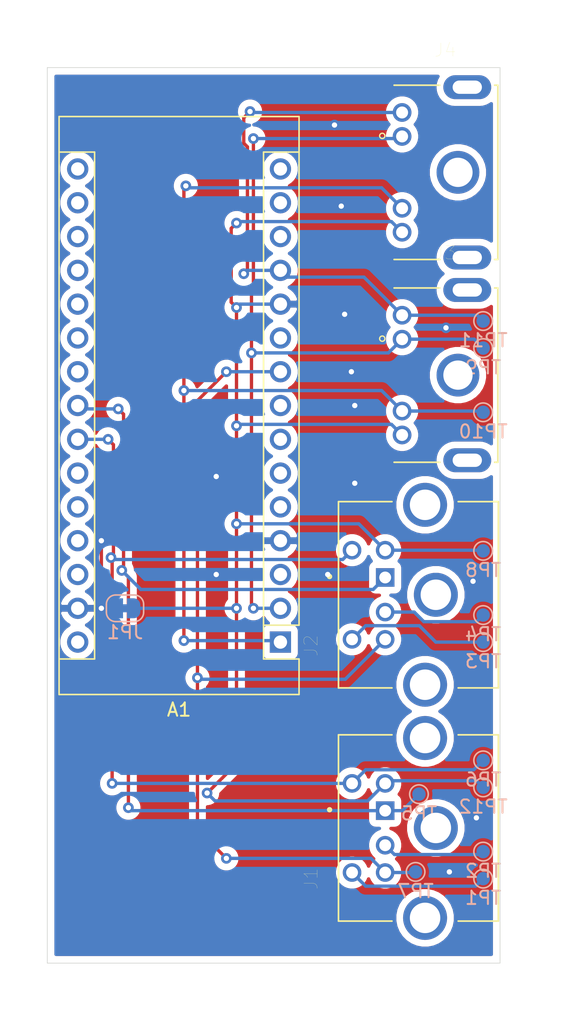
<source format=kicad_pcb>
(kicad_pcb (version 20171130) (host pcbnew "(5.1.9-16-g1737927814)-1")

  (general
    (thickness 1.6)
    (drawings 4)
    (tracks 161)
    (zones 0)
    (modules 18)
    (nets 13)
  )

  (page A4)
  (layers
    (0 F.Cu signal)
    (31 B.Cu signal)
    (32 B.Adhes user)
    (33 F.Adhes user)
    (34 B.Paste user)
    (35 F.Paste user)
    (36 B.SilkS user)
    (37 F.SilkS user)
    (38 B.Mask user)
    (39 F.Mask user)
    (40 Dwgs.User user)
    (41 Cmts.User user)
    (42 Eco1.User user)
    (43 Eco2.User user)
    (44 Edge.Cuts user)
    (45 Margin user)
    (46 B.CrtYd user)
    (47 F.CrtYd user)
    (48 B.Fab user)
    (49 F.Fab user)
  )

  (setup
    (last_trace_width 0.25)
    (trace_clearance 0.2)
    (zone_clearance 0.508)
    (zone_45_only no)
    (trace_min 0.2)
    (via_size 0.8)
    (via_drill 0.4)
    (via_min_size 0.4)
    (via_min_drill 0.3)
    (uvia_size 0.3)
    (uvia_drill 0.1)
    (uvias_allowed no)
    (uvia_min_size 0.2)
    (uvia_min_drill 0.1)
    (edge_width 0.05)
    (segment_width 0.2)
    (pcb_text_width 0.3)
    (pcb_text_size 1.5 1.5)
    (mod_edge_width 0.12)
    (mod_text_size 1 1)
    (mod_text_width 0.15)
    (pad_size 1.524 1.524)
    (pad_drill 0.762)
    (pad_to_mask_clearance 0)
    (aux_axis_origin 0 0)
    (visible_elements FFFFFF7F)
    (pcbplotparams
      (layerselection 0x010fc_ffffffff)
      (usegerberextensions false)
      (usegerberattributes true)
      (usegerberadvancedattributes true)
      (creategerberjobfile true)
      (excludeedgelayer true)
      (linewidth 0.100000)
      (plotframeref false)
      (viasonmask false)
      (mode 1)
      (useauxorigin false)
      (hpglpennumber 1)
      (hpglpenspeed 20)
      (hpglpendiameter 15.000000)
      (psnegative false)
      (psa4output false)
      (plotreference true)
      (plotvalue true)
      (plotinvisibletext false)
      (padsonsilk false)
      (subtractmaskfromsilk false)
      (outputformat 1)
      (mirror false)
      (drillshape 1)
      (scaleselection 1)
      (outputdirectory ""))
  )

  (net 0 "")
  (net 1 ADB_1_5v)
  (net 2 ADB_1_GND)
  (net 3 PS2_1_5v)
  (net 4 PS2_1_CLK)
  (net 5 PS2_1_Data)
  (net 6 ADB_1_DATA)
  (net 7 ADB_1_PWR_ON)
  (net 8 "Net-(J1-Pad6)")
  (net 9 "Net-(J1-Pad2)")
  (net 10 "Net-(J2-Pad6)")
  (net 11 "Net-(J2-Pad2)")
  (net 12 GND)

  (net_class Default "This is the default net class."
    (clearance 0.2)
    (trace_width 0.25)
    (via_dia 0.8)
    (via_drill 0.4)
    (uvia_dia 0.3)
    (uvia_drill 0.1)
    (add_net ADB_1_5v)
    (add_net ADB_1_DATA)
    (add_net ADB_1_GND)
    (add_net ADB_1_PWR_ON)
    (add_net GND)
    (add_net "Net-(A1-Pad10)")
    (add_net "Net-(A1-Pad13)")
    (add_net "Net-(A1-Pad14)")
    (add_net "Net-(A1-Pad15)")
    (add_net "Net-(A1-Pad16)")
    (add_net "Net-(A1-Pad17)")
    (add_net "Net-(A1-Pad18)")
    (add_net "Net-(A1-Pad19)")
    (add_net "Net-(A1-Pad20)")
    (add_net "Net-(A1-Pad21)")
    (add_net "Net-(A1-Pad22)")
    (add_net "Net-(A1-Pad25)")
    (add_net "Net-(A1-Pad26)")
    (add_net "Net-(A1-Pad27)")
    (add_net "Net-(A1-Pad28)")
    (add_net "Net-(A1-Pad3)")
    (add_net "Net-(A1-Pad30)")
    (add_net "Net-(A1-Pad5)")
    (add_net "Net-(A1-Pad6)")
    (add_net "Net-(A1-Pad7)")
    (add_net "Net-(A1-Pad8)")
    (add_net "Net-(J1-Pad2)")
    (add_net "Net-(J1-Pad6)")
    (add_net "Net-(J2-Pad2)")
    (add_net "Net-(J2-Pad6)")
    (add_net PS2_1_5v)
    (add_net PS2_1_CLK)
    (add_net PS2_1_Data)
  )

  (module Jumper:SolderJumper-2_P1.3mm_Bridged_RoundedPad1.0x1.5mm (layer B.Cu) (tedit 5C745284) (tstamp 60D04AD0)
    (at 154.94 80.01)
    (descr "SMD Solder Jumper, 1x1.5mm, rounded Pads, 0.3mm gap, bridged with 1 copper strip")
    (tags "solder jumper open")
    (path /60D5E183)
    (attr virtual)
    (fp_text reference JP1 (at 0 1.8) (layer B.SilkS)
      (effects (font (size 1 1) (thickness 0.15)) (justify mirror))
    )
    (fp_text value SolderJumper_2_Bridged (at 0 -1.9) (layer B.Fab)
      (effects (font (size 1 1) (thickness 0.15)) (justify mirror))
    )
    (fp_arc (start -0.7 0.3) (end -0.7 1) (angle 90) (layer B.SilkS) (width 0.12))
    (fp_arc (start -0.7 -0.3) (end -1.4 -0.3) (angle 90) (layer B.SilkS) (width 0.12))
    (fp_arc (start 0.7 -0.3) (end 0.7 -1) (angle 90) (layer B.SilkS) (width 0.12))
    (fp_arc (start 0.7 0.3) (end 1.4 0.3) (angle 90) (layer B.SilkS) (width 0.12))
    (fp_line (start -1.4 -0.3) (end -1.4 0.3) (layer B.SilkS) (width 0.12))
    (fp_line (start 0.7 -1) (end -0.7 -1) (layer B.SilkS) (width 0.12))
    (fp_line (start 1.4 0.3) (end 1.4 -0.3) (layer B.SilkS) (width 0.12))
    (fp_line (start -0.7 1) (end 0.7 1) (layer B.SilkS) (width 0.12))
    (fp_line (start -1.65 1.25) (end 1.65 1.25) (layer B.CrtYd) (width 0.05))
    (fp_line (start -1.65 1.25) (end -1.65 -1.25) (layer B.CrtYd) (width 0.05))
    (fp_line (start 1.65 -1.25) (end 1.65 1.25) (layer B.CrtYd) (width 0.05))
    (fp_line (start 1.65 -1.25) (end -1.65 -1.25) (layer B.CrtYd) (width 0.05))
    (fp_poly (pts (xy 0.25 0.3) (xy -0.25 0.3) (xy -0.25 -0.3) (xy 0.25 -0.3)) (layer B.Cu) (width 0))
    (pad 1 smd custom (at -0.65 0) (size 1 0.5) (layers B.Cu B.Mask)
      (net 12 GND) (zone_connect 2)
      (options (clearance outline) (anchor rect))
      (primitives
        (gr_circle (center 0 -0.25) (end 0.5 -0.25) (width 0))
        (gr_circle (center 0 0.25) (end 0.5 0.25) (width 0))
        (gr_poly (pts
           (xy 0 0.75) (xy 0.5 0.75) (xy 0.5 -0.75) (xy 0 -0.75)) (width 0))
      ))
    (pad 2 smd custom (at 0.65 0) (size 1 0.5) (layers B.Cu B.Mask)
      (net 2 ADB_1_GND) (zone_connect 2)
      (options (clearance outline) (anchor rect))
      (primitives
        (gr_circle (center 0 -0.25) (end 0.5 -0.25) (width 0))
        (gr_circle (center 0 0.25) (end 0.5 0.25) (width 0))
        (gr_poly (pts
           (xy 0 0.75) (xy -0.5 0.75) (xy -0.5 -0.75) (xy 0 -0.75)) (width 0))
      ))
  )

  (module adbuino_v0p1:CUI_MD2-40ST (layer F.Cu) (tedit 60CFDACB) (tstamp 60D040BC)
    (at 179.07 47.244)
    (path /60D03A34)
    (fp_text reference J4 (at -0.05511 -9.19307) (layer F.SilkS)
      (effects (font (size 1.001969 1.001969) (thickness 0.015)))
    )
    (fp_text value Mini-DIN-4 (at 4.14404 9.76448) (layer F.Fab)
      (effects (font (size 1.000976 1.000976) (thickness 0.015)))
    )
    (fp_line (start 3.9 -6.55) (end 3.9 6.55) (layer F.SilkS) (width 0.127))
    (fp_line (start 3.9 6.55) (end 3.66 6.55) (layer F.SilkS) (width 0.127))
    (fp_line (start -3.9 6.55) (end -0.46 6.55) (layer F.SilkS) (width 0.127))
    (fp_line (start -3.9 -6.55) (end -0.47 -6.55) (layer F.SilkS) (width 0.127))
    (fp_line (start 3.9 6.55) (end -3.9 6.55) (layer F.Fab) (width 0.127))
    (fp_line (start -3.9 6.55) (end -3.9 -6.55) (layer F.Fab) (width 0.127))
    (fp_line (start -3.9 -6.55) (end 3.9 -6.55) (layer F.Fab) (width 0.127))
    (fp_line (start 3.9 -6.55) (end 3.9 6.55) (layer F.Fab) (width 0.127))
    (fp_line (start 3.9 -6.55) (end 3.66 -6.55) (layer F.SilkS) (width 0.127))
    (fp_line (start 4.15 7.55) (end -0.36 7.55) (layer F.CrtYd) (width 0.05))
    (fp_line (start -0.36 7.55) (end -0.36 6.8) (layer F.CrtYd) (width 0.05))
    (fp_line (start -0.36 6.8) (end -4.45 6.8) (layer F.CrtYd) (width 0.05))
    (fp_line (start -4.45 6.8) (end -4.45 -6.82) (layer F.CrtYd) (width 0.05))
    (fp_line (start -4.45 -6.82) (end -0.49 -6.82) (layer F.CrtYd) (width 0.05))
    (fp_line (start -0.49 -6.82) (end -0.49 -7.55) (layer F.CrtYd) (width 0.05))
    (fp_line (start -0.49 -7.55) (end 4.15 -7.55) (layer F.CrtYd) (width 0.05))
    (fp_line (start 4.15 -7.55) (end 4.15 7.55) (layer F.CrtYd) (width 0.05))
    (fp_circle (center -4.79 -2.74) (end -4.59 -2.74) (layer F.SilkS) (width 0.1))
    (pad S3 thru_hole oval (at 1.6 6.4) (size 3.6 1.8) (drill oval 2.2 1) (layers *.Cu *.Mask))
    (pad S2 thru_hole oval (at 1.6 -6.4) (size 3.6 1.8) (drill oval 2.2 1) (layers *.Cu *.Mask))
    (pad 3 thru_hole circle (at -3.3 -4.5) (size 1.408 1.408) (drill 0.9) (layers *.Cu *.Mask)
      (net 1 ADB_1_5v))
    (pad 1 thru_hole circle (at -3.3 -2.7) (size 1.408 1.408) (drill 0.9) (layers *.Cu *.Mask)
      (net 6 ADB_1_DATA))
    (pad 2 thru_hole circle (at -3.3 2.7) (size 1.408 1.408) (drill 0.9) (layers *.Cu *.Mask)
      (net 7 ADB_1_PWR_ON))
    (pad 4 thru_hole circle (at -3.3 4.5) (size 1.408 1.408) (drill 0.9) (layers *.Cu *.Mask)
      (net 2 ADB_1_GND))
    (pad S1 thru_hole circle (at 0.9 0) (size 3.216 3.216) (drill 2.2) (layers *.Cu *.Mask))
  )

  (module adbuino_v0p1:CUI_MD2-40ST (layer F.Cu) (tedit 60CFDACB) (tstamp 60D0409F)
    (at 179.07 62.484)
    (path /60D02E49)
    (fp_text reference J3 (at -0.05511 -9.19307) (layer F.SilkS)
      (effects (font (size 1.001969 1.001969) (thickness 0.015)))
    )
    (fp_text value Mini-DIN-4 (at 4.14404 9.76448) (layer F.Fab)
      (effects (font (size 1.000976 1.000976) (thickness 0.015)))
    )
    (fp_line (start 3.9 -6.55) (end 3.9 6.55) (layer F.SilkS) (width 0.127))
    (fp_line (start 3.9 6.55) (end 3.66 6.55) (layer F.SilkS) (width 0.127))
    (fp_line (start -3.9 6.55) (end -0.46 6.55) (layer F.SilkS) (width 0.127))
    (fp_line (start -3.9 -6.55) (end -0.47 -6.55) (layer F.SilkS) (width 0.127))
    (fp_line (start 3.9 6.55) (end -3.9 6.55) (layer F.Fab) (width 0.127))
    (fp_line (start -3.9 6.55) (end -3.9 -6.55) (layer F.Fab) (width 0.127))
    (fp_line (start -3.9 -6.55) (end 3.9 -6.55) (layer F.Fab) (width 0.127))
    (fp_line (start 3.9 -6.55) (end 3.9 6.55) (layer F.Fab) (width 0.127))
    (fp_line (start 3.9 -6.55) (end 3.66 -6.55) (layer F.SilkS) (width 0.127))
    (fp_line (start 4.15 7.55) (end -0.36 7.55) (layer F.CrtYd) (width 0.05))
    (fp_line (start -0.36 7.55) (end -0.36 6.8) (layer F.CrtYd) (width 0.05))
    (fp_line (start -0.36 6.8) (end -4.45 6.8) (layer F.CrtYd) (width 0.05))
    (fp_line (start -4.45 6.8) (end -4.45 -6.82) (layer F.CrtYd) (width 0.05))
    (fp_line (start -4.45 -6.82) (end -0.49 -6.82) (layer F.CrtYd) (width 0.05))
    (fp_line (start -0.49 -6.82) (end -0.49 -7.55) (layer F.CrtYd) (width 0.05))
    (fp_line (start -0.49 -7.55) (end 4.15 -7.55) (layer F.CrtYd) (width 0.05))
    (fp_line (start 4.15 -7.55) (end 4.15 7.55) (layer F.CrtYd) (width 0.05))
    (fp_circle (center -4.79 -2.74) (end -4.59 -2.74) (layer F.SilkS) (width 0.1))
    (pad S3 thru_hole oval (at 1.6 6.4) (size 3.6 1.8) (drill oval 2.2 1) (layers *.Cu *.Mask))
    (pad S2 thru_hole oval (at 1.6 -6.4) (size 3.6 1.8) (drill oval 2.2 1) (layers *.Cu *.Mask))
    (pad 3 thru_hole circle (at -3.3 -4.5) (size 1.408 1.408) (drill 0.9) (layers *.Cu *.Mask)
      (net 1 ADB_1_5v))
    (pad 1 thru_hole circle (at -3.3 -2.7) (size 1.408 1.408) (drill 0.9) (layers *.Cu *.Mask)
      (net 6 ADB_1_DATA))
    (pad 2 thru_hole circle (at -3.3 2.7) (size 1.408 1.408) (drill 0.9) (layers *.Cu *.Mask)
      (net 7 ADB_1_PWR_ON))
    (pad 4 thru_hole circle (at -3.3 4.5) (size 1.408 1.408) (drill 0.9) (layers *.Cu *.Mask)
      (net 2 ADB_1_GND))
    (pad S1 thru_hole circle (at 0.9 0) (size 3.216 3.216) (drill 2.2) (layers *.Cu *.Mask))
  )

  (module adbuino_v0p1:TE_5749180-1 (layer F.Cu) (tedit 60CFDB14) (tstamp 60D04082)
    (at 178.308 78.994 90)
    (path /60D02AD2)
    (fp_text reference J2 (at -3.8214 -9.38572 90) (layer F.SilkS)
      (effects (font (size 1.001134 1.001134) (thickness 0.015)))
    )
    (fp_text value Mini-DIN-6 (at 0.6269 6.864425 90) (layer F.Fab)
      (effects (font (size 1.000906 1.000906) (thickness 0.015)))
    )
    (fp_text user PCB~EDGE (at -3.3 3.4 90) (layer F.Fab)
      (effects (font (size 0.800724 0.800724) (thickness 0.015)))
    )
    (fp_line (start 7 -7.32) (end -7 -7.32) (layer F.SilkS) (width 0.127))
    (fp_line (start -7 4.7) (end 7 4.7) (layer F.SilkS) (width 0.127))
    (fp_line (start -7 -7.32) (end -7 -3.3) (layer F.SilkS) (width 0.127))
    (fp_line (start -7 1.68) (end -7 4.7) (layer F.SilkS) (width 0.127))
    (fp_line (start 7 -3.3) (end 7 -7.32) (layer F.SilkS) (width 0.127))
    (fp_line (start 7 4.7) (end 7 1.68) (layer F.SilkS) (width 0.127))
    (fp_line (start -7 4.7) (end -7 5.51) (layer F.Fab) (width 0.127))
    (fp_line (start -7 5.51) (end 7 5.51) (layer F.Fab) (width 0.127))
    (fp_line (start 7 5.51) (end 7 4.7) (layer F.Fab) (width 0.127))
    (fp_line (start 7 -7.32) (end -7 -7.32) (layer F.Fab) (width 0.127))
    (fp_line (start -7 4.7) (end 7 4.7) (layer F.Fab) (width 0.127))
    (fp_line (start -7 -7.32) (end -7 4.7) (layer F.Fab) (width 0.127))
    (fp_line (start 7 4.7) (end 7 -7.32) (layer F.Fab) (width 0.127))
    (fp_line (start -7.25 -7.57) (end -7.25 -2.75) (layer F.CrtYd) (width 0.05))
    (fp_line (start -7.25 -2.75) (end -8.75 -2.75) (layer F.CrtYd) (width 0.05))
    (fp_line (start -8.75 -2.75) (end -8.75 1.25) (layer F.CrtYd) (width 0.05))
    (fp_line (start -8.75 1.25) (end -7.25 1.25) (layer F.CrtYd) (width 0.05))
    (fp_line (start -7.25 1.25) (end -7.25 5.76) (layer F.CrtYd) (width 0.05))
    (fp_line (start -7.25 5.76) (end 7.25 5.76) (layer F.CrtYd) (width 0.05))
    (fp_line (start 7.25 5.76) (end 7.25 1.25) (layer F.CrtYd) (width 0.05))
    (fp_line (start 7.25 1.25) (end 8.75 1.25) (layer F.CrtYd) (width 0.05))
    (fp_line (start 8.75 1.25) (end 8.75 -2.75) (layer F.CrtYd) (width 0.05))
    (fp_line (start 8.75 -2.75) (end 7.25 -2.75) (layer F.CrtYd) (width 0.05))
    (fp_line (start 7.25 -2.75) (end 7.25 -7.57) (layer F.CrtYd) (width 0.05))
    (fp_line (start 7.25 -7.57) (end -7.25 -7.57) (layer F.CrtYd) (width 0.05))
    (fp_circle (center 1.37 -7.99) (end 1.47 -7.99) (layer F.SilkS) (width 0.2))
    (pad 6 thru_hole circle (at -3.35 -6.3 90) (size 1.398 1.398) (drill 0.89) (layers *.Cu *.Mask)
      (net 10 "Net-(J2-Pad6)"))
    (pad 5 thru_hole circle (at 3.35 -6.3 90) (size 1.398 1.398) (drill 0.89) (layers *.Cu *.Mask)
      (net 4 PS2_1_CLK))
    (pad 4 thru_hole circle (at -3.35 -3.81 90) (size 1.398 1.398) (drill 0.89) (layers *.Cu *.Mask)
      (net 3 PS2_1_5v))
    (pad 3 thru_hole circle (at 3.35 -3.81 90) (size 1.398 1.398) (drill 0.89) (layers *.Cu *.Mask)
      (net 2 ADB_1_GND))
    (pad 2 thru_hole circle (at -1.3 -3.81 90) (size 1.398 1.398) (drill 0.89) (layers *.Cu *.Mask)
      (net 11 "Net-(J2-Pad2)"))
    (pad 1 thru_hole rect (at 1.3 -3.81 90) (size 1.398 1.398) (drill 0.89) (layers *.Cu *.Mask)
      (net 5 PS2_1_Data))
    (pad S3 thru_hole circle (at 6.76 -0.81 90) (size 3.306 3.306) (drill 2.29) (layers *.Cu *.Mask))
    (pad S2 thru_hole circle (at -6.76 -0.81 90) (size 3.306 3.306) (drill 2.29) (layers *.Cu *.Mask))
    (pad S1 thru_hole circle (at 0 0 90) (size 3.306 3.306) (drill 2.29) (layers *.Cu *.Mask))
  )

  (module adbuino_v0p1:TE_5749180-1 (layer F.Cu) (tedit 60CFDB14) (tstamp 60D0405A)
    (at 178.308 96.52 90)
    (path /60D00A7A)
    (fp_text reference J1 (at -3.8214 -9.38572 90) (layer F.SilkS)
      (effects (font (size 1.001134 1.001134) (thickness 0.015)))
    )
    (fp_text value Mini-DIN-6 (at 0.6269 6.864425 90) (layer F.Fab)
      (effects (font (size 1.000906 1.000906) (thickness 0.015)))
    )
    (fp_text user PCB~EDGE (at -3.3 3.4 90) (layer F.Fab)
      (effects (font (size 0.800724 0.800724) (thickness 0.015)))
    )
    (fp_line (start 7 -7.32) (end -7 -7.32) (layer F.SilkS) (width 0.127))
    (fp_line (start -7 4.7) (end 7 4.7) (layer F.SilkS) (width 0.127))
    (fp_line (start -7 -7.32) (end -7 -3.3) (layer F.SilkS) (width 0.127))
    (fp_line (start -7 1.68) (end -7 4.7) (layer F.SilkS) (width 0.127))
    (fp_line (start 7 -3.3) (end 7 -7.32) (layer F.SilkS) (width 0.127))
    (fp_line (start 7 4.7) (end 7 1.68) (layer F.SilkS) (width 0.127))
    (fp_line (start -7 4.7) (end -7 5.51) (layer F.Fab) (width 0.127))
    (fp_line (start -7 5.51) (end 7 5.51) (layer F.Fab) (width 0.127))
    (fp_line (start 7 5.51) (end 7 4.7) (layer F.Fab) (width 0.127))
    (fp_line (start 7 -7.32) (end -7 -7.32) (layer F.Fab) (width 0.127))
    (fp_line (start -7 4.7) (end 7 4.7) (layer F.Fab) (width 0.127))
    (fp_line (start -7 -7.32) (end -7 4.7) (layer F.Fab) (width 0.127))
    (fp_line (start 7 4.7) (end 7 -7.32) (layer F.Fab) (width 0.127))
    (fp_line (start -7.25 -7.57) (end -7.25 -2.75) (layer F.CrtYd) (width 0.05))
    (fp_line (start -7.25 -2.75) (end -8.75 -2.75) (layer F.CrtYd) (width 0.05))
    (fp_line (start -8.75 -2.75) (end -8.75 1.25) (layer F.CrtYd) (width 0.05))
    (fp_line (start -8.75 1.25) (end -7.25 1.25) (layer F.CrtYd) (width 0.05))
    (fp_line (start -7.25 1.25) (end -7.25 5.76) (layer F.CrtYd) (width 0.05))
    (fp_line (start -7.25 5.76) (end 7.25 5.76) (layer F.CrtYd) (width 0.05))
    (fp_line (start 7.25 5.76) (end 7.25 1.25) (layer F.CrtYd) (width 0.05))
    (fp_line (start 7.25 1.25) (end 8.75 1.25) (layer F.CrtYd) (width 0.05))
    (fp_line (start 8.75 1.25) (end 8.75 -2.75) (layer F.CrtYd) (width 0.05))
    (fp_line (start 8.75 -2.75) (end 7.25 -2.75) (layer F.CrtYd) (width 0.05))
    (fp_line (start 7.25 -2.75) (end 7.25 -7.57) (layer F.CrtYd) (width 0.05))
    (fp_line (start 7.25 -7.57) (end -7.25 -7.57) (layer F.CrtYd) (width 0.05))
    (fp_circle (center 1.37 -7.99) (end 1.47 -7.99) (layer F.SilkS) (width 0.2))
    (pad 6 thru_hole circle (at -3.35 -6.3 90) (size 1.398 1.398) (drill 0.89) (layers *.Cu *.Mask)
      (net 8 "Net-(J1-Pad6)"))
    (pad 5 thru_hole circle (at 3.35 -6.3 90) (size 1.398 1.398) (drill 0.89) (layers *.Cu *.Mask)
      (net 4 PS2_1_CLK))
    (pad 4 thru_hole circle (at -3.35 -3.81 90) (size 1.398 1.398) (drill 0.89) (layers *.Cu *.Mask)
      (net 3 PS2_1_5v))
    (pad 3 thru_hole circle (at 3.35 -3.81 90) (size 1.398 1.398) (drill 0.89) (layers *.Cu *.Mask)
      (net 2 ADB_1_GND))
    (pad 2 thru_hole circle (at -1.3 -3.81 90) (size 1.398 1.398) (drill 0.89) (layers *.Cu *.Mask)
      (net 9 "Net-(J1-Pad2)"))
    (pad 1 thru_hole rect (at 1.3 -3.81 90) (size 1.398 1.398) (drill 0.89) (layers *.Cu *.Mask)
      (net 5 PS2_1_Data))
    (pad S3 thru_hole circle (at 6.76 -0.81 90) (size 3.306 3.306) (drill 2.29) (layers *.Cu *.Mask))
    (pad S2 thru_hole circle (at -6.76 -0.81 90) (size 3.306 3.306) (drill 2.29) (layers *.Cu *.Mask))
    (pad S1 thru_hole circle (at 0 0 90) (size 3.306 3.306) (drill 2.29) (layers *.Cu *.Mask))
  )

  (module TestPoint:TestPoint_Pad_D1.0mm (layer B.Cu) (tedit 5A0F774F) (tstamp 60D036F1)
    (at 181.864 93.472)
    (descr "SMD pad as test Point, diameter 1.0mm")
    (tags "test point SMD pad")
    (path /60D0F9F3)
    (attr virtual)
    (fp_text reference TP12 (at 0 1.448) (layer B.SilkS)
      (effects (font (size 1 1) (thickness 0.15)) (justify mirror))
    )
    (fp_text value TestPoint_Small (at 0 -1.55) (layer B.Fab)
      (effects (font (size 1 1) (thickness 0.15)) (justify mirror))
    )
    (fp_text user %R (at 0 1.45) (layer B.Fab)
      (effects (font (size 1 1) (thickness 0.15)) (justify mirror))
    )
    (fp_circle (center 0 0) (end 1 0) (layer B.CrtYd) (width 0.05))
    (fp_circle (center 0 0) (end 0 -0.7) (layer B.SilkS) (width 0.12))
    (pad 1 smd circle (at 0 0) (size 1 1) (layers B.Cu B.Mask)
      (net 2 ADB_1_GND))
  )

  (module TestPoint:TestPoint_Pad_D1.0mm (layer B.Cu) (tedit 5A0F774F) (tstamp 60D036E9)
    (at 181.864 58.42)
    (descr "SMD pad as test Point, diameter 1.0mm")
    (tags "test point SMD pad")
    (path /60D0EAE8)
    (attr virtual)
    (fp_text reference TP11 (at 0 1.448) (layer B.SilkS)
      (effects (font (size 1 1) (thickness 0.15)) (justify mirror))
    )
    (fp_text value TestPoint_Small (at 0 -1.55) (layer B.Fab)
      (effects (font (size 1 1) (thickness 0.15)) (justify mirror))
    )
    (fp_text user %R (at 0 1.45) (layer B.Fab)
      (effects (font (size 1 1) (thickness 0.15)) (justify mirror))
    )
    (fp_circle (center 0 0) (end 1 0) (layer B.CrtYd) (width 0.05))
    (fp_circle (center 0 0) (end 0 -0.7) (layer B.SilkS) (width 0.12))
    (pad 1 smd circle (at 0 0) (size 1 1) (layers B.Cu B.Mask)
      (net 1 ADB_1_5v))
  )

  (module TestPoint:TestPoint_Pad_D1.0mm (layer B.Cu) (tedit 5A0F774F) (tstamp 60D036E1)
    (at 181.864 65.278)
    (descr "SMD pad as test Point, diameter 1.0mm")
    (tags "test point SMD pad")
    (path /60D0C7F4)
    (attr virtual)
    (fp_text reference TP10 (at 0 1.448) (layer B.SilkS)
      (effects (font (size 1 1) (thickness 0.15)) (justify mirror))
    )
    (fp_text value TestPoint_Small (at 0 -1.55) (layer B.Fab)
      (effects (font (size 1 1) (thickness 0.15)) (justify mirror))
    )
    (fp_text user %R (at 0 1.45) (layer B.Fab)
      (effects (font (size 1 1) (thickness 0.15)) (justify mirror))
    )
    (fp_circle (center 0 0) (end 1 0) (layer B.CrtYd) (width 0.05))
    (fp_circle (center 0 0) (end 0 -0.7) (layer B.SilkS) (width 0.12))
    (pad 1 smd circle (at 0 0) (size 1 1) (layers B.Cu B.Mask)
      (net 7 ADB_1_PWR_ON))
  )

  (module TestPoint:TestPoint_Pad_D1.0mm (layer B.Cu) (tedit 5A0F774F) (tstamp 60D036D9)
    (at 181.864 60.452)
    (descr "SMD pad as test Point, diameter 1.0mm")
    (tags "test point SMD pad")
    (path /60D09D61)
    (attr virtual)
    (fp_text reference TP9 (at 0 1.448) (layer B.SilkS)
      (effects (font (size 1 1) (thickness 0.15)) (justify mirror))
    )
    (fp_text value TestPoint_Small (at 0 -1.55) (layer B.Fab)
      (effects (font (size 1 1) (thickness 0.15)) (justify mirror))
    )
    (fp_text user %R (at 0 1.45) (layer B.Fab)
      (effects (font (size 1 1) (thickness 0.15)) (justify mirror))
    )
    (fp_circle (center 0 0) (end 1 0) (layer B.CrtYd) (width 0.05))
    (fp_circle (center 0 0) (end 0 -0.7) (layer B.SilkS) (width 0.12))
    (pad 1 smd circle (at 0 0) (size 1 1) (layers B.Cu B.Mask)
      (net 6 ADB_1_DATA))
  )

  (module TestPoint:TestPoint_Pad_D1.0mm (layer B.Cu) (tedit 5A0F774F) (tstamp 60D036D1)
    (at 181.864 75.692)
    (descr "SMD pad as test Point, diameter 1.0mm")
    (tags "test point SMD pad")
    (path /60D15DE5)
    (attr virtual)
    (fp_text reference TP8 (at 0 1.448) (layer B.SilkS)
      (effects (font (size 1 1) (thickness 0.15)) (justify mirror))
    )
    (fp_text value TestPoint_Small (at 0 -1.55) (layer B.Fab)
      (effects (font (size 1 1) (thickness 0.15)) (justify mirror))
    )
    (fp_text user %R (at 0 1.45) (layer B.Fab)
      (effects (font (size 1 1) (thickness 0.15)) (justify mirror))
    )
    (fp_circle (center 0 0) (end 1 0) (layer B.CrtYd) (width 0.05))
    (fp_circle (center 0 0) (end 0 -0.7) (layer B.SilkS) (width 0.12))
    (pad 1 smd circle (at 0 0) (size 1 1) (layers B.Cu B.Mask)
      (net 2 ADB_1_GND))
  )

  (module TestPoint:TestPoint_Pad_D1.0mm (layer B.Cu) (tedit 5A0F774F) (tstamp 60D036C9)
    (at 176.784 99.822)
    (descr "SMD pad as test Point, diameter 1.0mm")
    (tags "test point SMD pad")
    (path /60D15DD5)
    (attr virtual)
    (fp_text reference TP7 (at 0 1.448) (layer B.SilkS)
      (effects (font (size 1 1) (thickness 0.15)) (justify mirror))
    )
    (fp_text value TestPoint_Small (at 0 -1.55) (layer B.Fab)
      (effects (font (size 1 1) (thickness 0.15)) (justify mirror))
    )
    (fp_text user %R (at 0 1.45) (layer B.Fab)
      (effects (font (size 1 1) (thickness 0.15)) (justify mirror))
    )
    (fp_circle (center 0 0) (end 1 0) (layer B.CrtYd) (width 0.05))
    (fp_circle (center 0 0) (end 0 -0.7) (layer B.SilkS) (width 0.12))
    (pad 1 smd circle (at 0 0) (size 1 1) (layers B.Cu B.Mask)
      (net 3 PS2_1_5v))
  )

  (module TestPoint:TestPoint_Pad_D1.0mm (layer B.Cu) (tedit 5A0F774F) (tstamp 60D036C1)
    (at 181.864 91.44)
    (descr "SMD pad as test Point, diameter 1.0mm")
    (tags "test point SMD pad")
    (path /60D15DC5)
    (attr virtual)
    (fp_text reference TP6 (at 0 1.448) (layer B.SilkS)
      (effects (font (size 1 1) (thickness 0.15)) (justify mirror))
    )
    (fp_text value TestPoint_Small (at 0 -1.55) (layer B.Fab)
      (effects (font (size 1 1) (thickness 0.15)) (justify mirror))
    )
    (fp_text user %R (at 0 1.45) (layer B.Fab)
      (effects (font (size 1 1) (thickness 0.15)) (justify mirror))
    )
    (fp_circle (center 0 0) (end 1 0) (layer B.CrtYd) (width 0.05))
    (fp_circle (center 0 0) (end 0 -0.7) (layer B.SilkS) (width 0.12))
    (pad 1 smd circle (at 0 0) (size 1 1) (layers B.Cu B.Mask)
      (net 4 PS2_1_CLK))
  )

  (module TestPoint:TestPoint_Pad_D1.0mm (layer B.Cu) (tedit 5A0F774F) (tstamp 60D036B9)
    (at 177.038 93.98)
    (descr "SMD pad as test Point, diameter 1.0mm")
    (tags "test point SMD pad")
    (path /60D15DB5)
    (attr virtual)
    (fp_text reference TP5 (at 0 1.448) (layer B.SilkS)
      (effects (font (size 1 1) (thickness 0.15)) (justify mirror))
    )
    (fp_text value TestPoint_Small (at 0 -1.55) (layer B.Fab)
      (effects (font (size 1 1) (thickness 0.15)) (justify mirror))
    )
    (fp_text user %R (at 0 1.45) (layer B.Fab)
      (effects (font (size 1 1) (thickness 0.15)) (justify mirror))
    )
    (fp_circle (center 0 0) (end 1 0) (layer B.CrtYd) (width 0.05))
    (fp_circle (center 0 0) (end 0 -0.7) (layer B.SilkS) (width 0.12))
    (pad 1 smd circle (at 0 0) (size 1 1) (layers B.Cu B.Mask)
      (net 5 PS2_1_Data))
  )

  (module TestPoint:TestPoint_Pad_D1.0mm (layer B.Cu) (tedit 5A0F774F) (tstamp 60D036B1)
    (at 181.864 80.518)
    (descr "SMD pad as test Point, diameter 1.0mm")
    (tags "test point SMD pad")
    (path /60D061C4)
    (attr virtual)
    (fp_text reference TP4 (at 0 1.448) (layer B.SilkS)
      (effects (font (size 1 1) (thickness 0.15)) (justify mirror))
    )
    (fp_text value TestPoint_Small (at 0 -1.55) (layer B.Fab)
      (effects (font (size 1 1) (thickness 0.15)) (justify mirror))
    )
    (fp_text user %R (at 0 1.45) (layer B.Fab)
      (effects (font (size 1 1) (thickness 0.15)) (justify mirror))
    )
    (fp_circle (center 0 0) (end 1 0) (layer B.CrtYd) (width 0.05))
    (fp_circle (center 0 0) (end 0 -0.7) (layer B.SilkS) (width 0.12))
    (pad 1 smd circle (at 0 0) (size 1 1) (layers B.Cu B.Mask)
      (net 11 "Net-(J2-Pad2)"))
  )

  (module TestPoint:TestPoint_Pad_D1.0mm (layer B.Cu) (tedit 5A0F774F) (tstamp 60D036A9)
    (at 181.864 82.55)
    (descr "SMD pad as test Point, diameter 1.0mm")
    (tags "test point SMD pad")
    (path /60D0824E)
    (attr virtual)
    (fp_text reference TP3 (at 0 1.448) (layer B.SilkS)
      (effects (font (size 1 1) (thickness 0.15)) (justify mirror))
    )
    (fp_text value TestPoint_Small (at 0 -1.55) (layer B.Fab)
      (effects (font (size 1 1) (thickness 0.15)) (justify mirror))
    )
    (fp_text user %R (at 0 1.45) (layer B.Fab)
      (effects (font (size 1 1) (thickness 0.15)) (justify mirror))
    )
    (fp_circle (center 0 0) (end 1 0) (layer B.CrtYd) (width 0.05))
    (fp_circle (center 0 0) (end 0 -0.7) (layer B.SilkS) (width 0.12))
    (pad 1 smd circle (at 0 0) (size 1 1) (layers B.Cu B.Mask)
      (net 10 "Net-(J2-Pad6)"))
  )

  (module TestPoint:TestPoint_Pad_D1.0mm (layer B.Cu) (tedit 5A0F774F) (tstamp 60D036A1)
    (at 181.864 98.298)
    (descr "SMD pad as test Point, diameter 1.0mm")
    (tags "test point SMD pad")
    (path /60D07A5E)
    (attr virtual)
    (fp_text reference TP2 (at 0 1.448) (layer B.SilkS)
      (effects (font (size 1 1) (thickness 0.15)) (justify mirror))
    )
    (fp_text value TestPoint_Small (at 0 -1.55) (layer B.Fab)
      (effects (font (size 1 1) (thickness 0.15)) (justify mirror))
    )
    (fp_text user %R (at 0 1.45) (layer B.Fab)
      (effects (font (size 1 1) (thickness 0.15)) (justify mirror))
    )
    (fp_circle (center 0 0) (end 1 0) (layer B.CrtYd) (width 0.05))
    (fp_circle (center 0 0) (end 0 -0.7) (layer B.SilkS) (width 0.12))
    (pad 1 smd circle (at 0 0) (size 1 1) (layers B.Cu B.Mask)
      (net 9 "Net-(J1-Pad2)"))
  )

  (module TestPoint:TestPoint_Pad_D1.0mm (layer B.Cu) (tedit 5A0F774F) (tstamp 60D03699)
    (at 181.864 100.33)
    (descr "SMD pad as test Point, diameter 1.0mm")
    (tags "test point SMD pad")
    (path /60D085C0)
    (attr virtual)
    (fp_text reference TP1 (at 0 1.448) (layer B.SilkS)
      (effects (font (size 1 1) (thickness 0.15)) (justify mirror))
    )
    (fp_text value TestPoint_Small (at 0 -1.55) (layer B.Fab)
      (effects (font (size 1 1) (thickness 0.15)) (justify mirror))
    )
    (fp_text user %R (at 0 1.45) (layer B.Fab)
      (effects (font (size 1 1) (thickness 0.15)) (justify mirror))
    )
    (fp_circle (center 0 0) (end 1 0) (layer B.CrtYd) (width 0.05))
    (fp_circle (center 0 0) (end 0 -0.7) (layer B.SilkS) (width 0.12))
    (pad 1 smd circle (at 0 0) (size 1 1) (layers B.Cu B.Mask)
      (net 8 "Net-(J1-Pad6)"))
  )

  (module Module:Arduino_Nano (layer F.Cu) (tedit 58ACAF70) (tstamp 60D033B8)
    (at 166.624 82.55 180)
    (descr "Arduino Nano, http://www.mouser.com/pdfdocs/Gravitech_Arduino_Nano3_0.pdf")
    (tags "Arduino Nano")
    (path /60CFF5EF)
    (fp_text reference A1 (at 7.62 -5.08) (layer F.SilkS)
      (effects (font (size 1 1) (thickness 0.15)))
    )
    (fp_text value Arduino_Nano_v3.x (at 8.89 19.05 90) (layer F.Fab)
      (effects (font (size 1 1) (thickness 0.15)))
    )
    (fp_text user %R (at 6.35 19.05 90) (layer F.Fab)
      (effects (font (size 1 1) (thickness 0.15)))
    )
    (fp_line (start 1.27 1.27) (end 1.27 -1.27) (layer F.SilkS) (width 0.12))
    (fp_line (start 1.27 -1.27) (end -1.4 -1.27) (layer F.SilkS) (width 0.12))
    (fp_line (start -1.4 1.27) (end -1.4 39.5) (layer F.SilkS) (width 0.12))
    (fp_line (start -1.4 -3.94) (end -1.4 -1.27) (layer F.SilkS) (width 0.12))
    (fp_line (start 13.97 -1.27) (end 16.64 -1.27) (layer F.SilkS) (width 0.12))
    (fp_line (start 13.97 -1.27) (end 13.97 36.83) (layer F.SilkS) (width 0.12))
    (fp_line (start 13.97 36.83) (end 16.64 36.83) (layer F.SilkS) (width 0.12))
    (fp_line (start 1.27 1.27) (end -1.4 1.27) (layer F.SilkS) (width 0.12))
    (fp_line (start 1.27 1.27) (end 1.27 36.83) (layer F.SilkS) (width 0.12))
    (fp_line (start 1.27 36.83) (end -1.4 36.83) (layer F.SilkS) (width 0.12))
    (fp_line (start 3.81 31.75) (end 11.43 31.75) (layer F.Fab) (width 0.1))
    (fp_line (start 11.43 31.75) (end 11.43 41.91) (layer F.Fab) (width 0.1))
    (fp_line (start 11.43 41.91) (end 3.81 41.91) (layer F.Fab) (width 0.1))
    (fp_line (start 3.81 41.91) (end 3.81 31.75) (layer F.Fab) (width 0.1))
    (fp_line (start -1.4 39.5) (end 16.64 39.5) (layer F.SilkS) (width 0.12))
    (fp_line (start 16.64 39.5) (end 16.64 -3.94) (layer F.SilkS) (width 0.12))
    (fp_line (start 16.64 -3.94) (end -1.4 -3.94) (layer F.SilkS) (width 0.12))
    (fp_line (start 16.51 39.37) (end -1.27 39.37) (layer F.Fab) (width 0.1))
    (fp_line (start -1.27 39.37) (end -1.27 -2.54) (layer F.Fab) (width 0.1))
    (fp_line (start -1.27 -2.54) (end 0 -3.81) (layer F.Fab) (width 0.1))
    (fp_line (start 0 -3.81) (end 16.51 -3.81) (layer F.Fab) (width 0.1))
    (fp_line (start 16.51 -3.81) (end 16.51 39.37) (layer F.Fab) (width 0.1))
    (fp_line (start -1.53 -4.06) (end 16.75 -4.06) (layer F.CrtYd) (width 0.05))
    (fp_line (start -1.53 -4.06) (end -1.53 42.16) (layer F.CrtYd) (width 0.05))
    (fp_line (start 16.75 42.16) (end 16.75 -4.06) (layer F.CrtYd) (width 0.05))
    (fp_line (start 16.75 42.16) (end -1.53 42.16) (layer F.CrtYd) (width 0.05))
    (pad 16 thru_hole oval (at 15.24 35.56 180) (size 1.6 1.6) (drill 1) (layers *.Cu *.Mask))
    (pad 15 thru_hole oval (at 0 35.56 180) (size 1.6 1.6) (drill 1) (layers *.Cu *.Mask))
    (pad 30 thru_hole oval (at 15.24 0 180) (size 1.6 1.6) (drill 1) (layers *.Cu *.Mask))
    (pad 14 thru_hole oval (at 0 33.02 180) (size 1.6 1.6) (drill 1) (layers *.Cu *.Mask))
    (pad 29 thru_hole oval (at 15.24 2.54 180) (size 1.6 1.6) (drill 1) (layers *.Cu *.Mask)
      (net 12 GND))
    (pad 13 thru_hole oval (at 0 30.48 180) (size 1.6 1.6) (drill 1) (layers *.Cu *.Mask))
    (pad 28 thru_hole oval (at 15.24 5.08 180) (size 1.6 1.6) (drill 1) (layers *.Cu *.Mask))
    (pad 12 thru_hole oval (at 0 27.94 180) (size 1.6 1.6) (drill 1) (layers *.Cu *.Mask)
      (net 1 ADB_1_5v))
    (pad 27 thru_hole oval (at 15.24 7.62 180) (size 1.6 1.6) (drill 1) (layers *.Cu *.Mask))
    (pad 11 thru_hole oval (at 0 25.4 180) (size 1.6 1.6) (drill 1) (layers *.Cu *.Mask)
      (net 12 GND))
    (pad 26 thru_hole oval (at 15.24 10.16 180) (size 1.6 1.6) (drill 1) (layers *.Cu *.Mask))
    (pad 10 thru_hole oval (at 0 22.86 180) (size 1.6 1.6) (drill 1) (layers *.Cu *.Mask))
    (pad 25 thru_hole oval (at 15.24 12.7 180) (size 1.6 1.6) (drill 1) (layers *.Cu *.Mask))
    (pad 9 thru_hole oval (at 0 20.32 180) (size 1.6 1.6) (drill 1) (layers *.Cu *.Mask)
      (net 3 PS2_1_5v))
    (pad 24 thru_hole oval (at 15.24 15.24 180) (size 1.6 1.6) (drill 1) (layers *.Cu *.Mask)
      (net 4 PS2_1_CLK))
    (pad 8 thru_hole oval (at 0 17.78 180) (size 1.6 1.6) (drill 1) (layers *.Cu *.Mask))
    (pad 23 thru_hole oval (at 15.24 17.78 180) (size 1.6 1.6) (drill 1) (layers *.Cu *.Mask)
      (net 5 PS2_1_Data))
    (pad 7 thru_hole oval (at 0 15.24 180) (size 1.6 1.6) (drill 1) (layers *.Cu *.Mask))
    (pad 22 thru_hole oval (at 15.24 20.32 180) (size 1.6 1.6) (drill 1) (layers *.Cu *.Mask))
    (pad 6 thru_hole oval (at 0 12.7 180) (size 1.6 1.6) (drill 1) (layers *.Cu *.Mask))
    (pad 21 thru_hole oval (at 15.24 22.86 180) (size 1.6 1.6) (drill 1) (layers *.Cu *.Mask))
    (pad 5 thru_hole oval (at 0 10.16 180) (size 1.6 1.6) (drill 1) (layers *.Cu *.Mask))
    (pad 20 thru_hole oval (at 15.24 25.4 180) (size 1.6 1.6) (drill 1) (layers *.Cu *.Mask))
    (pad 4 thru_hole oval (at 0 7.62 180) (size 1.6 1.6) (drill 1) (layers *.Cu *.Mask)
      (net 12 GND))
    (pad 19 thru_hole oval (at 15.24 27.94 180) (size 1.6 1.6) (drill 1) (layers *.Cu *.Mask))
    (pad 3 thru_hole oval (at 0 5.08 180) (size 1.6 1.6) (drill 1) (layers *.Cu *.Mask))
    (pad 18 thru_hole oval (at 15.24 30.48 180) (size 1.6 1.6) (drill 1) (layers *.Cu *.Mask))
    (pad 2 thru_hole oval (at 0 2.54 180) (size 1.6 1.6) (drill 1) (layers *.Cu *.Mask)
      (net 6 ADB_1_DATA))
    (pad 17 thru_hole oval (at 15.24 33.02 180) (size 1.6 1.6) (drill 1) (layers *.Cu *.Mask))
    (pad 1 thru_hole rect (at 0 0 180) (size 1.6 1.6) (drill 1) (layers *.Cu *.Mask)
      (net 7 ADB_1_PWR_ON))
    (model ${KISYS3DMOD}/Module.3dshapes/Arduino_Nano_WithMountingHoles.wrl
      (at (xyz 0 0 0))
      (scale (xyz 1 1 1))
      (rotate (xyz 0 0 0))
    )
  )

  (gr_line (start 183.134 39.37) (end 183.134 106.68) (layer Edge.Cuts) (width 0.05))
  (gr_line (start 149.098 106.68) (end 183.134 106.68) (layer Edge.Cuts) (width 0.05))
  (gr_line (start 149.098 39.37) (end 149.098 106.68) (layer Edge.Cuts) (width 0.05))
  (gr_line (start 183.134 39.37) (end 149.098 39.37) (layer Edge.Cuts) (width 0.05))

  (segment (start 166.624 74.93) (end 153.162 74.93) (width 0.25) (layer B.Cu) (net 12))
  (via (at 153.162 74.93) (size 0.8) (drill 0.4) (layers F.Cu B.Cu) (net 12))
  (via (at 153.162 80.01) (size 0.8) (drill 0.4) (layers F.Cu B.Cu) (net 12))
  (segment (start 153.162 80.01) (end 154.29 80.01) (width 0.25) (layer B.Cu) (net 12))
  (segment (start 153.162 74.93) (end 153.162 80.01) (width 0.25) (layer F.Cu) (net 12))
  (segment (start 151.384 80.01) (end 153.162 80.01) (width 0.25) (layer B.Cu) (net 12))
  (segment (start 181.428 57.984) (end 181.864 58.42) (width 0.25) (layer B.Cu) (net 1))
  (segment (start 175.77 57.984) (end 181.428 57.984) (width 0.25) (layer B.Cu) (net 1))
  (via (at 164.338 42.672) (size 0.8) (drill 0.4) (layers F.Cu B.Cu) (net 1))
  (segment (start 164.41 42.744) (end 164.338 42.672) (width 0.25) (layer B.Cu) (net 1))
  (segment (start 175.77 42.744) (end 164.41 42.744) (width 0.25) (layer B.Cu) (net 1))
  (segment (start 175.77 57.984) (end 172.904 55.118) (width 0.25) (layer B.Cu) (net 1))
  (segment (start 167.132 55.118) (end 166.624 54.61) (width 0.25) (layer B.Cu) (net 1))
  (segment (start 172.904 55.118) (end 167.132 55.118) (width 0.25) (layer B.Cu) (net 1))
  (segment (start 164.12099 54.61) (end 163.86699 54.864) (width 0.25) (layer B.Cu) (net 1))
  (segment (start 166.624 54.61) (end 164.12099 54.61) (width 0.25) (layer B.Cu) (net 1))
  (via (at 163.86699 54.864) (size 0.8) (drill 0.4) (layers F.Cu B.Cu) (net 1))
  (segment (start 164.338 42.672) (end 163.866998 43.143002) (width 0.25) (layer F.Cu) (net 1))
  (segment (start 163.866998 43.143002) (end 163.866998 45.052002) (width 0.25) (layer F.Cu) (net 1))
  (segment (start 164.141989 45.326993) (end 164.141989 54.589001) (width 0.25) (layer F.Cu) (net 1))
  (segment (start 163.866998 45.052002) (end 164.141989 45.326993) (width 0.25) (layer F.Cu) (net 1))
  (segment (start 164.141989 54.589001) (end 163.86699 54.864) (width 0.25) (layer F.Cu) (net 1))
  (segment (start 174.695999 92.972001) (end 181.364001 92.972001) (width 0.25) (layer B.Cu) (net 2))
  (segment (start 174.498 93.17) (end 174.695999 92.972001) (width 0.25) (layer B.Cu) (net 2))
  (segment (start 181.364001 92.972001) (end 181.864 93.472) (width 0.25) (layer B.Cu) (net 2))
  (segment (start 181.816 75.644) (end 181.864 75.692) (width 0.25) (layer B.Cu) (net 2))
  (segment (start 174.498 75.644) (end 181.816 75.644) (width 0.25) (layer B.Cu) (net 2))
  (segment (start 174.970999 66.184999) (end 163.431001 66.184999) (width 0.25) (layer B.Cu) (net 2))
  (segment (start 175.77 66.984) (end 174.970999 66.184999) (width 0.25) (layer B.Cu) (net 2))
  (via (at 163.322 66.294) (size 0.8) (drill 0.4) (layers F.Cu B.Cu) (net 2))
  (segment (start 163.431001 66.184999) (end 163.322 66.294) (width 0.25) (layer B.Cu) (net 2))
  (via (at 163.322 51.054) (size 0.8) (drill 0.4) (layers F.Cu B.Cu) (net 2))
  (segment (start 174.970999 50.944999) (end 175.77 51.744) (width 0.25) (layer B.Cu) (net 2))
  (segment (start 163.431001 50.944999) (end 174.970999 50.944999) (width 0.25) (layer B.Cu) (net 2))
  (segment (start 163.322 51.054) (end 163.431001 50.944999) (width 0.25) (layer B.Cu) (net 2))
  (segment (start 163.576 57.15) (end 163.322 57.404) (width 0.25) (layer B.Cu) (net 2))
  (via (at 163.322 57.404) (size 0.8) (drill 0.4) (layers F.Cu B.Cu) (net 2))
  (segment (start 166.624 57.15) (end 163.576 57.15) (width 0.25) (layer B.Cu) (net 2))
  (segment (start 163.322 66.294) (end 163.322 57.404) (width 0.25) (layer F.Cu) (net 2))
  (segment (start 155.59 80.01) (end 163.322 80.01) (width 0.25) (layer B.Cu) (net 2))
  (via (at 163.322 80.01) (size 0.8) (drill 0.4) (layers F.Cu B.Cu) (net 2))
  (segment (start 161.12099 93.89501) (end 161.110417 93.89501) (width 0.25) (layer F.Cu) (net 2))
  (segment (start 163.322 80.01) (end 163.322 91.694) (width 0.25) (layer F.Cu) (net 2))
  (via (at 161.110417 93.89501) (size 0.8) (drill 0.4) (layers F.Cu B.Cu) (net 2))
  (segment (start 163.322 91.694) (end 161.12099 93.89501) (width 0.25) (layer F.Cu) (net 2))
  (segment (start 174.498 93.17) (end 173.18 94.488) (width 0.25) (layer B.Cu) (net 2))
  (segment (start 161.703407 94.488) (end 161.110417 93.89501) (width 0.25) (layer B.Cu) (net 2))
  (segment (start 173.18 94.488) (end 161.703407 94.488) (width 0.25) (layer B.Cu) (net 2))
  (segment (start 172.514 73.66) (end 163.322 73.66) (width 0.25) (layer B.Cu) (net 2))
  (segment (start 163.322 73.66) (end 163.322 80.01) (width 0.25) (layer F.Cu) (net 2))
  (via (at 163.322 73.66) (size 0.8) (drill 0.4) (layers F.Cu B.Cu) (net 2))
  (segment (start 174.498 75.644) (end 172.514 73.66) (width 0.25) (layer B.Cu) (net 2))
  (segment (start 163.322 66.294) (end 163.322 73.66) (width 0.25) (layer F.Cu) (net 2))
  (segment (start 163.322 57.404) (end 162.922001 57.004001) (width 0.25) (layer F.Cu) (net 2))
  (segment (start 162.922001 57.004001) (end 162.922001 51.453999) (width 0.25) (layer F.Cu) (net 2))
  (segment (start 162.922001 51.453999) (end 163.322 51.054) (width 0.25) (layer F.Cu) (net 2))
  (segment (start 176.736 99.87) (end 176.784 99.822) (width 0.25) (layer B.Cu) (net 3))
  (segment (start 174.498 99.87) (end 176.736 99.87) (width 0.25) (layer B.Cu) (net 3))
  (via (at 162.56 98.806) (size 0.8) (drill 0.4) (layers F.Cu B.Cu) (net 3))
  (segment (start 173.434 98.806) (end 162.56 98.806) (width 0.25) (layer B.Cu) (net 3))
  (segment (start 174.498 99.87) (end 173.434 98.806) (width 0.25) (layer B.Cu) (net 3))
  (via (at 162.56 62.23) (size 0.8) (drill 0.4) (layers F.Cu B.Cu) (net 3))
  (segment (start 166.624 62.23) (end 162.56 62.23) (width 0.25) (layer B.Cu) (net 3))
  (segment (start 160.385416 64.404584) (end 162.56 62.23) (width 0.25) (layer F.Cu) (net 3))
  (segment (start 162.56 98.806) (end 160.385416 96.631416) (width 0.25) (layer F.Cu) (net 3))
  (segment (start 160.496832 85.344) (end 160.385416 85.232584) (width 0.25) (layer B.Cu) (net 3))
  (segment (start 171.498 85.344) (end 160.496832 85.344) (width 0.25) (layer B.Cu) (net 3))
  (segment (start 174.498 82.344) (end 171.498 85.344) (width 0.25) (layer B.Cu) (net 3))
  (via (at 160.385416 85.232584) (size 0.8) (drill 0.4) (layers F.Cu B.Cu) (net 3))
  (segment (start 160.385416 85.232584) (end 160.385416 64.404584) (width 0.25) (layer F.Cu) (net 3))
  (segment (start 160.385416 96.631416) (end 160.385416 85.232584) (width 0.25) (layer F.Cu) (net 3))
  (segment (start 172.008 93.17) (end 173.032001 92.145999) (width 0.25) (layer B.Cu) (net 4))
  (segment (start 181.158001 92.145999) (end 181.864 91.44) (width 0.25) (layer B.Cu) (net 4))
  (segment (start 173.032001 92.145999) (end 181.158001 92.145999) (width 0.25) (layer B.Cu) (net 4))
  (via (at 153.67 67.31) (size 0.8) (drill 0.4) (layers F.Cu B.Cu) (net 4))
  (segment (start 151.384 67.31) (end 153.67 67.31) (width 0.25) (layer B.Cu) (net 4))
  (segment (start 154.069999 67.709999) (end 154.069999 76.017011) (width 0.25) (layer F.Cu) (net 4))
  (segment (start 172.008 75.644) (end 171.309001 76.342999) (width 0.25) (layer B.Cu) (net 4))
  (segment (start 154.069999 76.017011) (end 153.88701 76.2) (width 0.25) (layer F.Cu) (net 4))
  (segment (start 153.67 67.31) (end 154.069999 67.709999) (width 0.25) (layer F.Cu) (net 4))
  (segment (start 154.030009 76.342999) (end 153.88701 76.2) (width 0.25) (layer B.Cu) (net 4))
  (segment (start 171.309001 76.342999) (end 154.030009 76.342999) (width 0.25) (layer B.Cu) (net 4))
  (via (at 153.88701 76.2) (size 0.8) (drill 0.4) (layers F.Cu B.Cu) (net 4))
  (segment (start 172.008 93.17) (end 153.972 93.17) (width 0.25) (layer B.Cu) (net 4))
  (via (at 153.972 93.17) (size 0.8) (drill 0.4) (layers F.Cu B.Cu) (net 4))
  (segment (start 153.972 93.17) (end 153.972 76.28499) (width 0.25) (layer F.Cu) (net 4))
  (segment (start 153.972 76.28499) (end 153.88701 76.2) (width 0.25) (layer F.Cu) (net 4))
  (segment (start 175.798 95.22) (end 177.038 93.98) (width 0.25) (layer B.Cu) (net 5))
  (segment (start 174.498 95.22) (end 175.798 95.22) (width 0.25) (layer B.Cu) (net 5))
  (segment (start 174.498 95.22) (end 155.418 95.22) (width 0.25) (layer B.Cu) (net 5))
  (via (at 155.194 94.996) (size 0.8) (drill 0.4) (layers F.Cu B.Cu) (net 5))
  (segment (start 155.418 95.22) (end 155.194 94.996) (width 0.25) (layer B.Cu) (net 5))
  (via (at 154.432 65.024) (size 0.8) (drill 0.4) (layers F.Cu B.Cu) (net 5))
  (segment (start 151.638 65.024) (end 151.384 64.77) (width 0.25) (layer B.Cu) (net 5))
  (segment (start 154.432 65.024) (end 151.638 65.024) (width 0.25) (layer B.Cu) (net 5))
  (segment (start 154.432 65.024) (end 154.831999 65.423999) (width 0.25) (layer F.Cu) (net 5))
  (segment (start 155.194 77.660899) (end 154.69701 77.163909) (width 0.25) (layer F.Cu) (net 5))
  (via (at 154.69701 77.163909) (size 0.8) (drill 0.4) (layers F.Cu B.Cu) (net 5))
  (segment (start 174.498 77.694) (end 173.596999 78.595001) (width 0.25) (layer B.Cu) (net 5))
  (segment (start 173.596999 78.595001) (end 156.128102 78.595001) (width 0.25) (layer B.Cu) (net 5))
  (segment (start 156.128102 78.595001) (end 154.69701 77.163909) (width 0.25) (layer B.Cu) (net 5))
  (segment (start 154.831999 65.423999) (end 154.831999 77.02892) (width 0.25) (layer F.Cu) (net 5))
  (segment (start 154.831999 77.02892) (end 154.69701 77.163909) (width 0.25) (layer F.Cu) (net 5))
  (segment (start 155.194 94.996) (end 155.194 77.660899) (width 0.25) (layer F.Cu) (net 5))
  (segment (start 181.196 59.784) (end 181.864 60.452) (width 0.25) (layer B.Cu) (net 6))
  (segment (start 175.77 59.784) (end 181.196 59.784) (width 0.25) (layer B.Cu) (net 6))
  (segment (start 174.738999 60.815001) (end 164.447001 60.815001) (width 0.25) (layer B.Cu) (net 6))
  (segment (start 175.77 59.784) (end 174.738999 60.815001) (width 0.25) (layer B.Cu) (net 6))
  (via (at 164.447001 60.815001) (size 0.8) (drill 0.4) (layers F.Cu B.Cu) (net 6))
  (via (at 164.592 80.01) (size 0.8) (drill 0.4) (layers F.Cu B.Cu) (net 6))
  (segment (start 164.447001 79.865001) (end 164.592 80.01) (width 0.25) (layer F.Cu) (net 6))
  (segment (start 164.447001 60.815001) (end 164.447001 79.865001) (width 0.25) (layer F.Cu) (net 6))
  (segment (start 164.592 80.01) (end 166.624 80.01) (width 0.25) (layer B.Cu) (net 6))
  (segment (start 164.447001 60.815001) (end 164.447001 56.278999) (width 0.25) (layer F.Cu) (net 6))
  (segment (start 164.447001 56.278999) (end 164.592 56.134) (width 0.25) (layer F.Cu) (net 6))
  (via (at 164.592 44.704) (size 0.8) (drill 0.4) (layers F.Cu B.Cu) (net 6))
  (segment (start 164.592 56.134) (end 164.592 44.704) (width 0.25) (layer F.Cu) (net 6))
  (segment (start 175.61 44.704) (end 175.77 44.544) (width 0.25) (layer B.Cu) (net 6))
  (segment (start 164.592 44.704) (end 175.61 44.704) (width 0.25) (layer B.Cu) (net 6))
  (segment (start 181.77 65.184) (end 181.864 65.278) (width 0.25) (layer B.Cu) (net 7))
  (segment (start 175.77 65.184) (end 181.77 65.184) (width 0.25) (layer B.Cu) (net 7))
  (segment (start 174.230999 63.644999) (end 159.367001 63.644999) (width 0.25) (layer B.Cu) (net 7))
  (segment (start 175.77 65.184) (end 174.230999 63.644999) (width 0.25) (layer B.Cu) (net 7))
  (via (at 159.367001 63.644999) (size 0.8) (drill 0.4) (layers F.Cu B.Cu) (net 7))
  (segment (start 159.367001 63.644999) (end 159.367001 82.440999) (width 0.25) (layer F.Cu) (net 7))
  (via (at 159.367001 82.440999) (size 0.8) (drill 0.4) (layers F.Cu B.Cu) (net 7))
  (segment (start 166.514999 82.440999) (end 166.624 82.55) (width 0.25) (layer B.Cu) (net 7))
  (segment (start 159.367001 82.440999) (end 166.514999 82.440999) (width 0.25) (layer B.Cu) (net 7))
  (segment (start 159.656999 48.404999) (end 159.512 48.26) (width 0.25) (layer B.Cu) (net 7))
  (via (at 159.512 48.26) (size 0.8) (drill 0.4) (layers F.Cu B.Cu) (net 7))
  (segment (start 174.230999 48.404999) (end 159.656999 48.404999) (width 0.25) (layer B.Cu) (net 7))
  (segment (start 175.77 49.944) (end 174.230999 48.404999) (width 0.25) (layer B.Cu) (net 7))
  (segment (start 159.367001 48.404999) (end 159.512 48.26) (width 0.25) (layer F.Cu) (net 7))
  (segment (start 159.367001 63.644999) (end 159.367001 48.404999) (width 0.25) (layer F.Cu) (net 7))
  (segment (start 181.299999 100.894001) (end 181.864 100.33) (width 0.25) (layer B.Cu) (net 8))
  (segment (start 173.032001 100.894001) (end 181.299999 100.894001) (width 0.25) (layer B.Cu) (net 8))
  (segment (start 172.008 99.87) (end 173.032001 100.894001) (width 0.25) (layer B.Cu) (net 8))
  (segment (start 181.643001 98.518999) (end 181.864 98.298) (width 0.25) (layer B.Cu) (net 9))
  (segment (start 175.196999 98.518999) (end 181.643001 98.518999) (width 0.25) (layer B.Cu) (net 9))
  (segment (start 174.498 97.82) (end 175.196999 98.518999) (width 0.25) (layer B.Cu) (net 9))
  (segment (start 173.033999 81.318001) (end 172.008 82.344) (width 0.25) (layer B.Cu) (net 10))
  (segment (start 177.068148 81.318001) (end 173.033999 81.318001) (width 0.25) (layer B.Cu) (net 10))
  (segment (start 178.300147 82.55) (end 177.068148 81.318001) (width 0.25) (layer B.Cu) (net 10))
  (segment (start 181.864 82.55) (end 178.300147 82.55) (width 0.25) (layer B.Cu) (net 10))
  (segment (start 181.364001 81.017999) (end 181.864 80.518) (width 0.25) (layer B.Cu) (net 11))
  (segment (start 174.498 80.294) (end 176.680558 80.294) (width 0.25) (layer B.Cu) (net 11))
  (segment (start 176.680558 80.294) (end 177.404557 81.017999) (width 0.25) (layer B.Cu) (net 11))
  (segment (start 177.404557 81.017999) (end 181.364001 81.017999) (width 0.25) (layer B.Cu) (net 11))
  (via (at 161.798 70.104) (size 0.8) (drill 0.4) (layers F.Cu B.Cu) (net 12))
  (via (at 172.212 70.612) (size 0.8) (drill 0.4) (layers F.Cu B.Cu) (net 12))
  (via (at 171.45 57.912) (size 0.8) (drill 0.4) (layers F.Cu B.Cu) (net 12))
  (via (at 170.18 77.47) (size 0.8) (drill 0.4) (layers F.Cu B.Cu) (net 12))
  (via (at 161.798 77.47) (size 0.8) (drill 0.4) (layers F.Cu B.Cu) (net 12))
  (via (at 171.958 62.23) (size 0.8) (drill 0.4) (layers F.Cu B.Cu) (net 12))
  (via (at 172.212 64.77) (size 0.8) (drill 0.4) (layers F.Cu B.Cu) (net 12))
  (via (at 171.196 49.784) (size 0.8) (drill 0.4) (layers F.Cu B.Cu) (net 12))
  (via (at 170.688 43.688) (size 0.8) (drill 0.4) (layers F.Cu B.Cu) (net 12))
  (via (at 181.356 95.758) (size 0.8) (drill 0.4) (layers F.Cu B.Cu) (net 12))
  (via (at 179.324 99.822) (size 0.8) (drill 0.4) (layers F.Cu B.Cu) (net 12))
  (via (at 181.102 77.978) (size 0.8) (drill 0.4) (layers F.Cu B.Cu) (net 12))
  (via (at 179.07 58.928) (size 0.8) (drill 0.4) (layers F.Cu B.Cu) (net 12))

  (zone (net 12) (net_name GND) (layer B.Cu) (tstamp 0) (hatch edge 0.508)
    (connect_pads (clearance 0.508))
    (min_thickness 0.254)
    (fill yes (arc_segments 32) (thermal_gap 0.508) (thermal_bridge_width 0.508))
    (polygon
      (pts
        (xy 188.468 111.252) (xy 145.542 111.252) (xy 145.542 34.29) (xy 188.468 34.29)
      )
    )
    (filled_polygon
      (pts
        (xy 178.344983 40.253739) (xy 178.25721 40.543087) (xy 178.227573 40.844) (xy 178.25721 41.144913) (xy 178.344983 41.434261)
        (xy 178.487519 41.700927) (xy 178.679339 41.934661) (xy 178.913073 42.126481) (xy 179.179739 42.269017) (xy 179.469087 42.35679)
        (xy 179.694592 42.379) (xy 181.645408 42.379) (xy 181.870913 42.35679) (xy 182.160261 42.269017) (xy 182.426927 42.126481)
        (xy 182.474 42.087849) (xy 182.474 52.400151) (xy 182.426927 52.361519) (xy 182.160261 52.218983) (xy 181.870913 52.13121)
        (xy 181.645408 52.109) (xy 179.694592 52.109) (xy 179.469087 52.13121) (xy 179.179739 52.218983) (xy 178.913073 52.361519)
        (xy 178.679339 52.553339) (xy 178.487519 52.787073) (xy 178.344983 53.053739) (xy 178.25721 53.343087) (xy 178.227573 53.644)
        (xy 178.25721 53.944913) (xy 178.344983 54.234261) (xy 178.487519 54.500927) (xy 178.679339 54.734661) (xy 178.836939 54.864)
        (xy 178.679339 54.993339) (xy 178.487519 55.227073) (xy 178.344983 55.493739) (xy 178.25721 55.783087) (xy 178.227573 56.084)
        (xy 178.25721 56.384913) (xy 178.344983 56.674261) (xy 178.487519 56.940927) (xy 178.679339 57.174661) (xy 178.739459 57.224)
        (xy 176.872586 57.224) (xy 176.810069 57.130437) (xy 176.623563 56.943931) (xy 176.404254 56.797393) (xy 176.160572 56.696457)
        (xy 175.90188 56.645) (xy 175.63812 56.645) (xy 175.527755 56.666953) (xy 173.467804 54.607003) (xy 173.444001 54.577999)
        (xy 173.328276 54.483026) (xy 173.196247 54.412454) (xy 173.052986 54.368997) (xy 172.941333 54.358) (xy 172.941322 54.358)
        (xy 172.904 54.354324) (xy 172.866678 54.358) (xy 168.036987 54.358) (xy 168.003853 54.191426) (xy 167.89568 53.930273)
        (xy 167.738637 53.695241) (xy 167.538759 53.495363) (xy 167.306241 53.34) (xy 167.538759 53.184637) (xy 167.738637 52.984759)
        (xy 167.89568 52.749727) (xy 168.003853 52.488574) (xy 168.059 52.211335) (xy 168.059 51.928665) (xy 168.014509 51.704999)
        (xy 174.431 51.704999) (xy 174.431 51.87588) (xy 174.482457 52.134572) (xy 174.583393 52.378254) (xy 174.729931 52.597563)
        (xy 174.916437 52.784069) (xy 175.135746 52.930607) (xy 175.379428 53.031543) (xy 175.63812 53.083) (xy 175.90188 53.083)
        (xy 176.160572 53.031543) (xy 176.404254 52.930607) (xy 176.623563 52.784069) (xy 176.810069 52.597563) (xy 176.956607 52.378254)
        (xy 177.057543 52.134572) (xy 177.109 51.87588) (xy 177.109 51.61212) (xy 177.057543 51.353428) (xy 176.956607 51.109746)
        (xy 176.810069 50.890437) (xy 176.763632 50.844) (xy 176.810069 50.797563) (xy 176.956607 50.578254) (xy 177.057543 50.334572)
        (xy 177.109 50.07588) (xy 177.109 49.81212) (xy 177.057543 49.553428) (xy 176.956607 49.309746) (xy 176.810069 49.090437)
        (xy 176.623563 48.903931) (xy 176.404254 48.757393) (xy 176.160572 48.656457) (xy 175.90188 48.605) (xy 175.63812 48.605)
        (xy 175.527755 48.626953) (xy 174.794803 47.894002) (xy 174.771 47.864998) (xy 174.655275 47.770025) (xy 174.523246 47.699453)
        (xy 174.379985 47.655996) (xy 174.268332 47.644999) (xy 174.268321 47.644999) (xy 174.230999 47.641323) (xy 174.193677 47.644999)
        (xy 167.905923 47.644999) (xy 168.003853 47.408574) (xy 168.059 47.131335) (xy 168.059 47.023084) (xy 177.727 47.023084)
        (xy 177.727 47.464916) (xy 177.813197 47.898259) (xy 177.982279 48.306459) (xy 178.227748 48.673829) (xy 178.540171 48.986252)
        (xy 178.907541 49.231721) (xy 179.315741 49.400803) (xy 179.749084 49.487) (xy 180.190916 49.487) (xy 180.624259 49.400803)
        (xy 181.032459 49.231721) (xy 181.399829 48.986252) (xy 181.712252 48.673829) (xy 181.957721 48.306459) (xy 182.126803 47.898259)
        (xy 182.213 47.464916) (xy 182.213 47.023084) (xy 182.126803 46.589741) (xy 181.957721 46.181541) (xy 181.712252 45.814171)
        (xy 181.399829 45.501748) (xy 181.032459 45.256279) (xy 180.624259 45.087197) (xy 180.190916 45.001) (xy 179.749084 45.001)
        (xy 179.315741 45.087197) (xy 178.907541 45.256279) (xy 178.540171 45.501748) (xy 178.227748 45.814171) (xy 177.982279 46.181541)
        (xy 177.813197 46.589741) (xy 177.727 47.023084) (xy 168.059 47.023084) (xy 168.059 46.848665) (xy 168.003853 46.571426)
        (xy 167.89568 46.310273) (xy 167.738637 46.075241) (xy 167.538759 45.875363) (xy 167.303727 45.71832) (xy 167.042574 45.610147)
        (xy 166.765335 45.555) (xy 166.482665 45.555) (xy 166.205426 45.610147) (xy 165.944273 45.71832) (xy 165.709241 45.875363)
        (xy 165.509363 46.075241) (xy 165.35232 46.310273) (xy 165.244147 46.571426) (xy 165.189 46.848665) (xy 165.189 47.131335)
        (xy 165.244147 47.408574) (xy 165.342077 47.644999) (xy 160.345853 47.644999) (xy 160.315937 47.600226) (xy 160.171774 47.456063)
        (xy 160.002256 47.342795) (xy 159.813898 47.264774) (xy 159.613939 47.225) (xy 159.410061 47.225) (xy 159.210102 47.264774)
        (xy 159.021744 47.342795) (xy 158.852226 47.456063) (xy 158.708063 47.600226) (xy 158.594795 47.769744) (xy 158.516774 47.958102)
        (xy 158.477 48.158061) (xy 158.477 48.361939) (xy 158.516774 48.561898) (xy 158.594795 48.750256) (xy 158.708063 48.919774)
        (xy 158.852226 49.063937) (xy 159.021744 49.177205) (xy 159.210102 49.255226) (xy 159.410061 49.295) (xy 159.613939 49.295)
        (xy 159.813898 49.255226) (xy 160.002256 49.177205) (xy 160.020524 49.164999) (xy 165.233491 49.164999) (xy 165.189 49.388665)
        (xy 165.189 49.671335) (xy 165.244147 49.948574) (xy 165.342077 50.184999) (xy 163.884399 50.184999) (xy 163.812256 50.136795)
        (xy 163.623898 50.058774) (xy 163.423939 50.019) (xy 163.220061 50.019) (xy 163.020102 50.058774) (xy 162.831744 50.136795)
        (xy 162.662226 50.250063) (xy 162.518063 50.394226) (xy 162.404795 50.563744) (xy 162.326774 50.752102) (xy 162.287 50.952061)
        (xy 162.287 51.155939) (xy 162.326774 51.355898) (xy 162.404795 51.544256) (xy 162.518063 51.713774) (xy 162.662226 51.857937)
        (xy 162.831744 51.971205) (xy 163.020102 52.049226) (xy 163.220061 52.089) (xy 163.423939 52.089) (xy 163.623898 52.049226)
        (xy 163.812256 51.971205) (xy 163.981774 51.857937) (xy 164.125937 51.713774) (xy 164.1318 51.704999) (xy 165.233491 51.704999)
        (xy 165.189 51.928665) (xy 165.189 52.211335) (xy 165.244147 52.488574) (xy 165.35232 52.749727) (xy 165.509363 52.984759)
        (xy 165.709241 53.184637) (xy 165.941759 53.34) (xy 165.709241 53.495363) (xy 165.509363 53.695241) (xy 165.405957 53.85)
        (xy 164.158312 53.85) (xy 164.120989 53.846324) (xy 164.083666 53.85) (xy 164.083657 53.85) (xy 164.077535 53.850603)
        (xy 163.968929 53.829) (xy 163.765051 53.829) (xy 163.565092 53.868774) (xy 163.376734 53.946795) (xy 163.207216 54.060063)
        (xy 163.063053 54.204226) (xy 162.949785 54.373744) (xy 162.871764 54.562102) (xy 162.83199 54.762061) (xy 162.83199 54.965939)
        (xy 162.871764 55.165898) (xy 162.949785 55.354256) (xy 163.063053 55.523774) (xy 163.207216 55.667937) (xy 163.376734 55.781205)
        (xy 163.565092 55.859226) (xy 163.765051 55.899) (xy 163.968929 55.899) (xy 164.168888 55.859226) (xy 164.357246 55.781205)
        (xy 164.526764 55.667937) (xy 164.670927 55.523774) (xy 164.773675 55.37) (xy 165.405957 55.37) (xy 165.509363 55.524759)
        (xy 165.709241 55.724637) (xy 165.944273 55.88168) (xy 165.954865 55.886067) (xy 165.768869 55.997615) (xy 165.560481 56.186586)
        (xy 165.4097 56.39) (xy 163.613322 56.39) (xy 163.575999 56.386324) (xy 163.538676 56.39) (xy 163.538667 56.39)
        (xy 163.532545 56.390603) (xy 163.423939 56.369) (xy 163.220061 56.369) (xy 163.020102 56.408774) (xy 162.831744 56.486795)
        (xy 162.662226 56.600063) (xy 162.518063 56.744226) (xy 162.404795 56.913744) (xy 162.326774 57.102102) (xy 162.287 57.302061)
        (xy 162.287 57.505939) (xy 162.326774 57.705898) (xy 162.404795 57.894256) (xy 162.518063 58.063774) (xy 162.662226 58.207937)
        (xy 162.831744 58.321205) (xy 163.020102 58.399226) (xy 163.220061 58.439) (xy 163.423939 58.439) (xy 163.623898 58.399226)
        (xy 163.812256 58.321205) (xy 163.981774 58.207937) (xy 164.125937 58.063774) (xy 164.228685 57.91) (xy 165.4097 57.91)
        (xy 165.560481 58.113414) (xy 165.768869 58.302385) (xy 165.954865 58.413933) (xy 165.944273 58.41832) (xy 165.709241 58.575363)
        (xy 165.509363 58.775241) (xy 165.35232 59.010273) (xy 165.244147 59.271426) (xy 165.189 59.548665) (xy 165.189 59.831335)
        (xy 165.233491 60.055001) (xy 165.150712 60.055001) (xy 165.106775 60.011064) (xy 164.937257 59.897796) (xy 164.748899 59.819775)
        (xy 164.54894 59.780001) (xy 164.345062 59.780001) (xy 164.145103 59.819775) (xy 163.956745 59.897796) (xy 163.787227 60.011064)
        (xy 163.643064 60.155227) (xy 163.529796 60.324745) (xy 163.451775 60.513103) (xy 163.412001 60.713062) (xy 163.412001 60.91694)
        (xy 163.451775 61.116899) (xy 163.529796 61.305257) (xy 163.639873 61.47) (xy 163.263711 61.47) (xy 163.219774 61.426063)
        (xy 163.050256 61.312795) (xy 162.861898 61.234774) (xy 162.661939 61.195) (xy 162.458061 61.195) (xy 162.258102 61.234774)
        (xy 162.069744 61.312795) (xy 161.900226 61.426063) (xy 161.756063 61.570226) (xy 161.642795 61.739744) (xy 161.564774 61.928102)
        (xy 161.525 62.128061) (xy 161.525 62.331939) (xy 161.564774 62.531898) (xy 161.642795 62.720256) (xy 161.752872 62.884999)
        (xy 160.070712 62.884999) (xy 160.026775 62.841062) (xy 159.857257 62.727794) (xy 159.668899 62.649773) (xy 159.46894 62.609999)
        (xy 159.265062 62.609999) (xy 159.065103 62.649773) (xy 158.876745 62.727794) (xy 158.707227 62.841062) (xy 158.563064 62.985225)
        (xy 158.449796 63.154743) (xy 158.371775 63.343101) (xy 158.332001 63.54306) (xy 158.332001 63.746938) (xy 158.371775 63.946897)
        (xy 158.449796 64.135255) (xy 158.563064 64.304773) (xy 158.707227 64.448936) (xy 158.876745 64.562204) (xy 159.065103 64.640225)
        (xy 159.265062 64.679999) (xy 159.46894 64.679999) (xy 159.668899 64.640225) (xy 159.857257 64.562204) (xy 160.026775 64.448936)
        (xy 160.070712 64.404999) (xy 165.233491 64.404999) (xy 165.189 64.628665) (xy 165.189 64.911335) (xy 165.244147 65.188574)
        (xy 165.342077 65.424999) (xy 163.884399 65.424999) (xy 163.812256 65.376795) (xy 163.623898 65.298774) (xy 163.423939 65.259)
        (xy 163.220061 65.259) (xy 163.020102 65.298774) (xy 162.831744 65.376795) (xy 162.662226 65.490063) (xy 162.518063 65.634226)
        (xy 162.404795 65.803744) (xy 162.326774 65.992102) (xy 162.287 66.192061) (xy 162.287 66.395939) (xy 162.326774 66.595898)
        (xy 162.404795 66.784256) (xy 162.518063 66.953774) (xy 162.662226 67.097937) (xy 162.831744 67.211205) (xy 163.020102 67.289226)
        (xy 163.220061 67.329) (xy 163.423939 67.329) (xy 163.623898 67.289226) (xy 163.812256 67.211205) (xy 163.981774 67.097937)
        (xy 164.125937 66.953774) (xy 164.1318 66.944999) (xy 165.233491 66.944999) (xy 165.189 67.168665) (xy 165.189 67.451335)
        (xy 165.244147 67.728574) (xy 165.35232 67.989727) (xy 165.509363 68.224759) (xy 165.709241 68.424637) (xy 165.941759 68.58)
        (xy 165.709241 68.735363) (xy 165.509363 68.935241) (xy 165.35232 69.170273) (xy 165.244147 69.431426) (xy 165.189 69.708665)
        (xy 165.189 69.991335) (xy 165.244147 70.268574) (xy 165.35232 70.529727) (xy 165.509363 70.764759) (xy 165.709241 70.964637)
        (xy 165.941759 71.12) (xy 165.709241 71.275363) (xy 165.509363 71.475241) (xy 165.35232 71.710273) (xy 165.244147 71.971426)
        (xy 165.189 72.248665) (xy 165.189 72.531335) (xy 165.244147 72.808574) (xy 165.282017 72.9) (xy 164.025711 72.9)
        (xy 163.981774 72.856063) (xy 163.812256 72.742795) (xy 163.623898 72.664774) (xy 163.423939 72.625) (xy 163.220061 72.625)
        (xy 163.020102 72.664774) (xy 162.831744 72.742795) (xy 162.662226 72.856063) (xy 162.518063 73.000226) (xy 162.404795 73.169744)
        (xy 162.326774 73.358102) (xy 162.287 73.558061) (xy 162.287 73.761939) (xy 162.326774 73.961898) (xy 162.404795 74.150256)
        (xy 162.518063 74.319774) (xy 162.662226 74.463937) (xy 162.831744 74.577205) (xy 163.020102 74.655226) (xy 163.220061 74.695)
        (xy 163.423939 74.695) (xy 163.623898 74.655226) (xy 163.812256 74.577205) (xy 163.981774 74.463937) (xy 164.025711 74.42)
        (xy 165.285474 74.42) (xy 165.272754 74.446913) (xy 165.232096 74.580961) (xy 165.354085 74.803) (xy 166.497 74.803)
        (xy 166.497 74.783) (xy 166.751 74.783) (xy 166.751 74.803) (xy 167.893915 74.803) (xy 168.015904 74.580961)
        (xy 167.975246 74.446913) (xy 167.962526 74.42) (xy 171.477087 74.42) (xy 171.376114 74.461824) (xy 171.157624 74.607814)
        (xy 170.971814 74.793624) (xy 170.825824 75.012114) (xy 170.725265 75.254886) (xy 170.674 75.512612) (xy 170.674 75.582999)
        (xy 167.894938 75.582999) (xy 167.975246 75.413087) (xy 168.015904 75.279039) (xy 167.893915 75.057) (xy 166.751 75.057)
        (xy 166.751 75.077) (xy 166.497 75.077) (xy 166.497 75.057) (xy 165.354085 75.057) (xy 165.232096 75.279039)
        (xy 165.272754 75.413087) (xy 165.353062 75.582999) (xy 154.719527 75.582999) (xy 154.690947 75.540226) (xy 154.546784 75.396063)
        (xy 154.377266 75.282795) (xy 154.188908 75.204774) (xy 153.988949 75.165) (xy 153.785071 75.165) (xy 153.585112 75.204774)
        (xy 153.396754 75.282795) (xy 153.227236 75.396063) (xy 153.083073 75.540226) (xy 152.969805 75.709744) (xy 152.891784 75.898102)
        (xy 152.85201 76.098061) (xy 152.85201 76.301939) (xy 152.891784 76.501898) (xy 152.969805 76.690256) (xy 153.083073 76.859774)
        (xy 153.227236 77.003937) (xy 153.396754 77.117205) (xy 153.585112 77.195226) (xy 153.66201 77.210522) (xy 153.66201 77.265848)
        (xy 153.701784 77.465807) (xy 153.779805 77.654165) (xy 153.893073 77.823683) (xy 154.037236 77.967846) (xy 154.206754 78.081114)
        (xy 154.395112 78.159135) (xy 154.595071 78.198909) (xy 154.657209 78.198909) (xy 155.081104 78.622804) (xy 154.965518 78.634188)
        (xy 154.84582 78.670498) (xy 154.735506 78.729463) (xy 154.638815 78.808815) (xy 154.559463 78.905506) (xy 154.500498 79.01582)
        (xy 154.470127 79.11594) (xy 154.452125 79.121238) (xy 154.450153 79.122269) (xy 154.44802 79.122913) (xy 154.395219 79.150988)
        (xy 154.342297 79.178655) (xy 154.340563 79.180049) (xy 154.338596 79.181095) (xy 154.292263 79.218883) (xy 154.245714 79.25631)
        (xy 154.244283 79.258015) (xy 154.242557 79.259423) (xy 154.204461 79.305473) (xy 154.166053 79.351246) (xy 154.16498 79.353198)
        (xy 154.163561 79.354913) (xy 154.135149 79.407461) (xy 154.106349 79.459847) (xy 154.105675 79.461971) (xy 154.104617 79.463928)
        (xy 154.086966 79.52095) (xy 154.068876 79.577976) (xy 154.068627 79.580192) (xy 154.06797 79.582316) (xy 154.061724 79.641743)
        (xy 154.055062 79.701134) (xy 154.055032 79.705404) (xy 154.055015 79.705567) (xy 154.05503 79.70573) (xy 154.055 79.71)
        (xy 154.055 80.31) (xy 154.060834 80.369505) (xy 154.066248 80.428987) (xy 154.066875 80.431118) (xy 154.067093 80.433339)
        (xy 154.084388 80.490621) (xy 154.101238 80.547875) (xy 154.102269 80.549847) (xy 154.102913 80.55198) (xy 154.130988 80.604781)
        (xy 154.158655 80.657703) (xy 154.160049 80.659437) (xy 154.161095 80.661404) (xy 154.198883 80.707737) (xy 154.23631 80.754286)
        (xy 154.238015 80.755717) (xy 154.239423 80.757443) (xy 154.285473 80.795539) (xy 154.331246 80.833947) (xy 154.333198 80.83502)
        (xy 154.334913 80.836439) (xy 154.387461 80.864851) (xy 154.439847 80.893651) (xy 154.441971 80.894325) (xy 154.443928 80.895383)
        (xy 154.469937 80.903434) (xy 154.500498 81.00418) (xy 154.559463 81.114494) (xy 154.638815 81.211185) (xy 154.735506 81.290537)
        (xy 154.84582 81.349502) (xy 154.965518 81.385812) (xy 155.09 81.398072) (xy 155.59 81.398072) (xy 155.61445 81.395664)
        (xy 155.639009 81.395664) (xy 155.76349 81.383404) (xy 155.859623 81.364282) (xy 155.979319 81.327973) (xy 156.069875 81.290464)
        (xy 156.180192 81.231498) (xy 156.261691 81.177042) (xy 156.358382 81.09769) (xy 156.42769 81.028382) (xy 156.507042 80.931691)
        (xy 156.561498 80.850192) (xy 156.604362 80.77) (xy 162.618289 80.77) (xy 162.662226 80.813937) (xy 162.831744 80.927205)
        (xy 163.020102 81.005226) (xy 163.220061 81.045) (xy 163.423939 81.045) (xy 163.623898 81.005226) (xy 163.812256 80.927205)
        (xy 163.957 80.83049) (xy 164.101744 80.927205) (xy 164.290102 81.005226) (xy 164.490061 81.045) (xy 164.693939 81.045)
        (xy 164.893898 81.005226) (xy 165.082256 80.927205) (xy 165.251774 80.813937) (xy 165.295711 80.77) (xy 165.405957 80.77)
        (xy 165.509363 80.924759) (xy 165.707961 81.123357) (xy 165.699518 81.124188) (xy 165.57982 81.160498) (xy 165.469506 81.219463)
        (xy 165.372815 81.298815) (xy 165.293463 81.395506) (xy 165.234498 81.50582) (xy 165.198188 81.625518) (xy 165.192724 81.680999)
        (xy 160.070712 81.680999) (xy 160.026775 81.637062) (xy 159.857257 81.523794) (xy 159.668899 81.445773) (xy 159.46894 81.405999)
        (xy 159.265062 81.405999) (xy 159.065103 81.445773) (xy 158.876745 81.523794) (xy 158.707227 81.637062) (xy 158.563064 81.781225)
        (xy 158.449796 81.950743) (xy 158.371775 82.139101) (xy 158.332001 82.33906) (xy 158.332001 82.542938) (xy 158.371775 82.742897)
        (xy 158.449796 82.931255) (xy 158.563064 83.100773) (xy 158.707227 83.244936) (xy 158.876745 83.358204) (xy 159.065103 83.436225)
        (xy 159.265062 83.475999) (xy 159.46894 83.475999) (xy 159.668899 83.436225) (xy 159.857257 83.358204) (xy 160.026775 83.244936)
        (xy 160.070712 83.200999) (xy 165.185928 83.200999) (xy 165.185928 83.35) (xy 165.198188 83.474482) (xy 165.234498 83.59418)
        (xy 165.293463 83.704494) (xy 165.372815 83.801185) (xy 165.469506 83.880537) (xy 165.57982 83.939502) (xy 165.699518 83.975812)
        (xy 165.824 83.988072) (xy 167.424 83.988072) (xy 167.548482 83.975812) (xy 167.66818 83.939502) (xy 167.778494 83.880537)
        (xy 167.875185 83.801185) (xy 167.954537 83.704494) (xy 168.013502 83.59418) (xy 168.049812 83.474482) (xy 168.062072 83.35)
        (xy 168.062072 81.75) (xy 168.049812 81.625518) (xy 168.013502 81.50582) (xy 167.954537 81.395506) (xy 167.875185 81.298815)
        (xy 167.778494 81.219463) (xy 167.66818 81.160498) (xy 167.548482 81.124188) (xy 167.540039 81.123357) (xy 167.738637 80.924759)
        (xy 167.89568 80.689727) (xy 168.003853 80.428574) (xy 168.059 80.151335) (xy 168.059 79.868665) (xy 168.003853 79.591426)
        (xy 167.905923 79.355001) (xy 173.550437 79.355001) (xy 173.461814 79.443624) (xy 173.315824 79.662114) (xy 173.215265 79.904886)
        (xy 173.164 80.162612) (xy 173.164 80.425388) (xy 173.190378 80.558001) (xy 173.071324 80.558001) (xy 173.033999 80.554325)
        (xy 172.996674 80.558001) (xy 172.996666 80.558001) (xy 172.885013 80.568998) (xy 172.741752 80.612455) (xy 172.609723 80.683027)
        (xy 172.493998 80.778) (xy 172.4702 80.806998) (xy 172.245993 81.031205) (xy 172.139388 81.01) (xy 171.876612 81.01)
        (xy 171.618886 81.061265) (xy 171.376114 81.161824) (xy 171.157624 81.307814) (xy 170.971814 81.493624) (xy 170.825824 81.712114)
        (xy 170.725265 81.954886) (xy 170.674 82.212612) (xy 170.674 82.475388) (xy 170.725265 82.733114) (xy 170.825824 82.975886)
        (xy 170.971814 83.194376) (xy 171.157624 83.380186) (xy 171.376114 83.526176) (xy 171.618886 83.626735) (xy 171.876612 83.678)
        (xy 172.089199 83.678) (xy 171.183199 84.584) (xy 161.19683 84.584) (xy 161.189353 84.57281) (xy 161.04519 84.428647)
        (xy 160.875672 84.315379) (xy 160.687314 84.237358) (xy 160.487355 84.197584) (xy 160.283477 84.197584) (xy 160.083518 84.237358)
        (xy 159.89516 84.315379) (xy 159.725642 84.428647) (xy 159.581479 84.57281) (xy 159.468211 84.742328) (xy 159.39019 84.930686)
        (xy 159.350416 85.130645) (xy 159.350416 85.334523) (xy 159.39019 85.534482) (xy 159.468211 85.72284) (xy 159.581479 85.892358)
        (xy 159.725642 86.036521) (xy 159.89516 86.149789) (xy 160.083518 86.22781) (xy 160.283477 86.267584) (xy 160.487355 86.267584)
        (xy 160.687314 86.22781) (xy 160.875672 86.149789) (xy 160.9442 86.104) (xy 171.460678 86.104) (xy 171.498 86.107676)
        (xy 171.535322 86.104) (xy 171.535333 86.104) (xy 171.646986 86.093003) (xy 171.790247 86.049546) (xy 171.922276 85.978974)
        (xy 172.038001 85.884001) (xy 172.061804 85.854997) (xy 174.260007 83.656795) (xy 174.366612 83.678) (xy 174.629388 83.678)
        (xy 174.887114 83.626735) (xy 175.129886 83.526176) (xy 175.348376 83.380186) (xy 175.534186 83.194376) (xy 175.680176 82.975886)
        (xy 175.780735 82.733114) (xy 175.832 82.475388) (xy 175.832 82.212612) (xy 175.805224 82.078001) (xy 176.753347 82.078001)
        (xy 177.736348 83.061003) (xy 177.760146 83.090001) (xy 177.875871 83.184974) (xy 178.0079 83.255546) (xy 178.151161 83.299003)
        (xy 178.262814 83.31) (xy 178.262822 83.31) (xy 178.300147 83.313676) (xy 178.337472 83.31) (xy 181.018868 83.31)
        (xy 181.14048 83.431612) (xy 181.326376 83.555824) (xy 181.532933 83.641383) (xy 181.752212 83.685) (xy 181.975788 83.685)
        (xy 182.195067 83.641383) (xy 182.401624 83.555824) (xy 182.474001 83.507463) (xy 182.474001 90.482537) (xy 182.401624 90.434176)
        (xy 182.195067 90.348617) (xy 181.975788 90.305) (xy 181.752212 90.305) (xy 181.532933 90.348617) (xy 181.326376 90.434176)
        (xy 181.14048 90.558388) (xy 180.982388 90.71648) (xy 180.858176 90.902376) (xy 180.772617 91.108933) (xy 180.729 91.328212)
        (xy 180.729 91.385999) (xy 179.107722 91.385999) (xy 179.275206 91.218515) (xy 179.5256 90.843775) (xy 179.698074 90.427385)
        (xy 179.786 89.985348) (xy 179.786 89.534652) (xy 179.698074 89.092615) (xy 179.5256 88.676225) (xy 179.275206 88.301485)
        (xy 178.956515 87.982794) (xy 178.618591 87.757) (xy 178.956515 87.531206) (xy 179.275206 87.212515) (xy 179.5256 86.837775)
        (xy 179.698074 86.421385) (xy 179.786 85.979348) (xy 179.786 85.528652) (xy 179.698074 85.086615) (xy 179.5256 84.670225)
        (xy 179.275206 84.295485) (xy 178.956515 83.976794) (xy 178.581775 83.7264) (xy 178.165385 83.553926) (xy 177.723348 83.466)
        (xy 177.272652 83.466) (xy 176.830615 83.553926) (xy 176.414225 83.7264) (xy 176.039485 83.976794) (xy 175.720794 84.295485)
        (xy 175.4704 84.670225) (xy 175.297926 85.086615) (xy 175.21 85.528652) (xy 175.21 85.979348) (xy 175.297926 86.421385)
        (xy 175.4704 86.837775) (xy 175.720794 87.212515) (xy 176.039485 87.531206) (xy 176.377409 87.757) (xy 176.039485 87.982794)
        (xy 175.720794 88.301485) (xy 175.4704 88.676225) (xy 175.297926 89.092615) (xy 175.21 89.534652) (xy 175.21 89.985348)
        (xy 175.297926 90.427385) (xy 175.4704 90.843775) (xy 175.720794 91.218515) (xy 175.888278 91.385999) (xy 173.069323 91.385999)
        (xy 173.032 91.382323) (xy 172.994677 91.385999) (xy 172.994668 91.385999) (xy 172.883015 91.396996) (xy 172.741244 91.440001)
        (xy 172.739754 91.440453) (xy 172.607724 91.511025) (xy 172.575823 91.537206) (xy 172.492 91.605998) (xy 172.468202 91.634996)
        (xy 172.245993 91.857205) (xy 172.139388 91.836) (xy 171.876612 91.836) (xy 171.618886 91.887265) (xy 171.376114 91.987824)
        (xy 171.157624 92.133814) (xy 170.971814 92.319624) (xy 170.911427 92.41) (xy 154.675711 92.41) (xy 154.631774 92.366063)
        (xy 154.462256 92.252795) (xy 154.273898 92.174774) (xy 154.073939 92.135) (xy 153.870061 92.135) (xy 153.670102 92.174774)
        (xy 153.481744 92.252795) (xy 153.312226 92.366063) (xy 153.168063 92.510226) (xy 153.054795 92.679744) (xy 152.976774 92.868102)
        (xy 152.937 93.068061) (xy 152.937 93.271939) (xy 152.976774 93.471898) (xy 153.054795 93.660256) (xy 153.168063 93.829774)
        (xy 153.312226 93.973937) (xy 153.481744 94.087205) (xy 153.670102 94.165226) (xy 153.870061 94.205) (xy 154.073939 94.205)
        (xy 154.273898 94.165226) (xy 154.462256 94.087205) (xy 154.631774 93.973937) (xy 154.675711 93.93) (xy 160.075417 93.93)
        (xy 160.075417 93.996949) (xy 160.115191 94.196908) (xy 160.193212 94.385266) (xy 160.243148 94.46) (xy 156.08064 94.46)
        (xy 155.997937 94.336226) (xy 155.853774 94.192063) (xy 155.684256 94.078795) (xy 155.495898 94.000774) (xy 155.295939 93.961)
        (xy 155.092061 93.961) (xy 154.892102 94.000774) (xy 154.703744 94.078795) (xy 154.534226 94.192063) (xy 154.390063 94.336226)
        (xy 154.276795 94.505744) (xy 154.198774 94.694102) (xy 154.159 94.894061) (xy 154.159 95.097939) (xy 154.198774 95.297898)
        (xy 154.276795 95.486256) (xy 154.390063 95.655774) (xy 154.534226 95.799937) (xy 154.703744 95.913205) (xy 154.892102 95.991226)
        (xy 155.092061 96.031) (xy 155.295939 96.031) (xy 155.495898 95.991226) (xy 155.523 95.98) (xy 173.166936 95.98)
        (xy 173.173188 96.043482) (xy 173.209498 96.16318) (xy 173.268463 96.273494) (xy 173.347815 96.370185) (xy 173.444506 96.449537)
        (xy 173.55482 96.508502) (xy 173.674518 96.544812) (xy 173.799 96.557072) (xy 174.061067 96.557072) (xy 173.866114 96.637824)
        (xy 173.647624 96.783814) (xy 173.461814 96.969624) (xy 173.315824 97.188114) (xy 173.215265 97.430886) (xy 173.164 97.688612)
        (xy 173.164 97.951388) (xy 173.18282 98.046) (xy 163.263711 98.046) (xy 163.219774 98.002063) (xy 163.050256 97.888795)
        (xy 162.861898 97.810774) (xy 162.661939 97.771) (xy 162.458061 97.771) (xy 162.258102 97.810774) (xy 162.069744 97.888795)
        (xy 161.900226 98.002063) (xy 161.756063 98.146226) (xy 161.642795 98.315744) (xy 161.564774 98.504102) (xy 161.525 98.704061)
        (xy 161.525 98.907939) (xy 161.564774 99.107898) (xy 161.642795 99.296256) (xy 161.756063 99.465774) (xy 161.900226 99.609937)
        (xy 162.069744 99.723205) (xy 162.258102 99.801226) (xy 162.458061 99.841) (xy 162.661939 99.841) (xy 162.861898 99.801226)
        (xy 163.050256 99.723205) (xy 163.219774 99.609937) (xy 163.263711 99.566) (xy 170.708335 99.566) (xy 170.674 99.738612)
        (xy 170.674 100.001388) (xy 170.725265 100.259114) (xy 170.825824 100.501886) (xy 170.971814 100.720376) (xy 171.157624 100.906186)
        (xy 171.376114 101.052176) (xy 171.618886 101.152735) (xy 171.876612 101.204) (xy 172.139388 101.204) (xy 172.245993 101.182795)
        (xy 172.468202 101.405004) (xy 172.492 101.434002) (xy 172.520998 101.4578) (xy 172.607724 101.528975) (xy 172.739754 101.599547)
        (xy 172.883015 101.643004) (xy 172.994668 101.654001) (xy 172.994677 101.654001) (xy 173.032 101.657677) (xy 173.069323 101.654001)
        (xy 175.888278 101.654001) (xy 175.720794 101.821485) (xy 175.4704 102.196225) (xy 175.297926 102.612615) (xy 175.21 103.054652)
        (xy 175.21 103.505348) (xy 175.297926 103.947385) (xy 175.4704 104.363775) (xy 175.720794 104.738515) (xy 176.039485 105.057206)
        (xy 176.414225 105.3076) (xy 176.830615 105.480074) (xy 177.272652 105.568) (xy 177.723348 105.568) (xy 178.165385 105.480074)
        (xy 178.581775 105.3076) (xy 178.956515 105.057206) (xy 179.275206 104.738515) (xy 179.5256 104.363775) (xy 179.698074 103.947385)
        (xy 179.786 103.505348) (xy 179.786 103.054652) (xy 179.698074 102.612615) (xy 179.5256 102.196225) (xy 179.275206 101.821485)
        (xy 179.107722 101.654001) (xy 181.262677 101.654001) (xy 181.299999 101.657677) (xy 181.337321 101.654001) (xy 181.337332 101.654001)
        (xy 181.448985 101.643004) (xy 181.592246 101.599547) (xy 181.724275 101.528975) (xy 181.802229 101.465) (xy 181.975788 101.465)
        (xy 182.195067 101.421383) (xy 182.401624 101.335824) (xy 182.474001 101.287463) (xy 182.474001 106.02) (xy 149.758 106.02)
        (xy 149.758 82.408665) (xy 149.949 82.408665) (xy 149.949 82.691335) (xy 150.004147 82.968574) (xy 150.11232 83.229727)
        (xy 150.269363 83.464759) (xy 150.469241 83.664637) (xy 150.704273 83.82168) (xy 150.965426 83.929853) (xy 151.242665 83.985)
        (xy 151.525335 83.985) (xy 151.802574 83.929853) (xy 152.063727 83.82168) (xy 152.298759 83.664637) (xy 152.498637 83.464759)
        (xy 152.65568 83.229727) (xy 152.763853 82.968574) (xy 152.819 82.691335) (xy 152.819 82.408665) (xy 152.763853 82.131426)
        (xy 152.65568 81.870273) (xy 152.498637 81.635241) (xy 152.298759 81.435363) (xy 152.063727 81.27832) (xy 152.053135 81.273933)
        (xy 152.239131 81.162385) (xy 152.447519 80.973414) (xy 152.615037 80.74742) (xy 152.735246 80.493087) (xy 152.775904 80.359039)
        (xy 152.653915 80.137) (xy 151.511 80.137) (xy 151.511 80.157) (xy 151.257 80.157) (xy 151.257 80.137)
        (xy 150.114085 80.137) (xy 149.992096 80.359039) (xy 150.032754 80.493087) (xy 150.152963 80.74742) (xy 150.320481 80.973414)
        (xy 150.528869 81.162385) (xy 150.714865 81.273933) (xy 150.704273 81.27832) (xy 150.469241 81.435363) (xy 150.269363 81.635241)
        (xy 150.11232 81.870273) (xy 150.004147 82.131426) (xy 149.949 82.408665) (xy 149.758 82.408665) (xy 149.758 46.848665)
        (xy 149.949 46.848665) (xy 149.949 47.131335) (xy 150.004147 47.408574) (xy 150.11232 47.669727) (xy 150.269363 47.904759)
        (xy 150.469241 48.104637) (xy 150.701759 48.26) (xy 150.469241 48.415363) (xy 150.269363 48.615241) (xy 150.11232 48.850273)
        (xy 150.004147 49.111426) (xy 149.949 49.388665) (xy 149.949 49.671335) (xy 150.004147 49.948574) (xy 150.11232 50.209727)
        (xy 150.269363 50.444759) (xy 150.469241 50.644637) (xy 150.701759 50.8) (xy 150.469241 50.955363) (xy 150.269363 51.155241)
        (xy 150.11232 51.390273) (xy 150.004147 51.651426) (xy 149.949 51.928665) (xy 149.949 52.211335) (xy 150.004147 52.488574)
        (xy 150.11232 52.749727) (xy 150.269363 52.984759) (xy 150.469241 53.184637) (xy 150.701759 53.34) (xy 150.469241 53.495363)
        (xy 150.269363 53.695241) (xy 150.11232 53.930273) (xy 150.004147 54.191426) (xy 149.949 54.468665) (xy 149.949 54.751335)
        (xy 150.004147 55.028574) (xy 150.11232 55.289727) (xy 150.269363 55.524759) (xy 150.469241 55.724637) (xy 150.701759 55.88)
        (xy 150.469241 56.035363) (xy 150.269363 56.235241) (xy 150.11232 56.470273) (xy 150.004147 56.731426) (xy 149.949 57.008665)
        (xy 149.949 57.291335) (xy 150.004147 57.568574) (xy 150.11232 57.829727) (xy 150.269363 58.064759) (xy 150.469241 58.264637)
        (xy 150.701759 58.42) (xy 150.469241 58.575363) (xy 150.269363 58.775241) (xy 150.11232 59.010273) (xy 150.004147 59.271426)
        (xy 149.949 59.548665) (xy 149.949 59.831335) (xy 150.004147 60.108574) (xy 150.11232 60.369727) (xy 150.269363 60.604759)
        (xy 150.469241 60.804637) (xy 150.701759 60.96) (xy 150.469241 61.115363) (xy 150.269363 61.315241) (xy 150.11232 61.550273)
        (xy 150.004147 61.811426) (xy 149.949 62.088665) (xy 149.949 62.371335) (xy 150.004147 62.648574) (xy 150.11232 62.909727)
        (xy 150.269363 63.144759) (xy 150.469241 63.344637) (xy 150.701759 63.5) (xy 150.469241 63.655363) (xy 150.269363 63.855241)
        (xy 150.11232 64.090273) (xy 150.004147 64.351426) (xy 149.949 64.628665) (xy 149.949 64.911335) (xy 150.004147 65.188574)
        (xy 150.11232 65.449727) (xy 150.269363 65.684759) (xy 150.469241 65.884637) (xy 150.701759 66.04) (xy 150.469241 66.195363)
        (xy 150.269363 66.395241) (xy 150.11232 66.630273) (xy 150.004147 66.891426) (xy 149.949 67.168665) (xy 149.949 67.451335)
        (xy 150.004147 67.728574) (xy 150.11232 67.989727) (xy 150.269363 68.224759) (xy 150.469241 68.424637) (xy 150.701759 68.58)
        (xy 150.469241 68.735363) (xy 150.269363 68.935241) (xy 150.11232 69.170273) (xy 150.004147 69.431426) (xy 149.949 69.708665)
        (xy 149.949 69.991335) (xy 150.004147 70.268574) (xy 150.11232 70.529727) (xy 150.269363 70.764759) (xy 150.469241 70.964637)
        (xy 150.701759 71.12) (xy 150.469241 71.275363) (xy 150.269363 71.475241) (xy 150.11232 71.710273) (xy 150.004147 71.971426)
        (xy 149.949 72.248665) (xy 149.949 72.531335) (xy 150.004147 72.808574) (xy 150.11232 73.069727) (xy 150.269363 73.304759)
        (xy 150.469241 73.504637) (xy 150.701759 73.66) (xy 150.469241 73.815363) (xy 150.269363 74.015241) (xy 150.11232 74.250273)
        (xy 150.004147 74.511426) (xy 149.949 74.788665) (xy 149.949 75.071335) (xy 150.004147 75.348574) (xy 150.11232 75.609727)
        (xy 150.269363 75.844759) (xy 150.469241 76.044637) (xy 150.701759 76.2) (xy 150.469241 76.355363) (xy 150.269363 76.555241)
        (xy 150.11232 76.790273) (xy 150.004147 77.051426) (xy 149.949 77.328665) (xy 149.949 77.611335) (xy 150.004147 77.888574)
        (xy 150.11232 78.149727) (xy 150.269363 78.384759) (xy 150.469241 78.584637) (xy 150.704273 78.74168) (xy 150.714865 78.746067)
        (xy 150.528869 78.857615) (xy 150.320481 79.046586) (xy 150.152963 79.27258) (xy 150.032754 79.526913) (xy 149.992096 79.660961)
        (xy 150.114085 79.883) (xy 151.257 79.883) (xy 151.257 79.863) (xy 151.511 79.863) (xy 151.511 79.883)
        (xy 152.653915 79.883) (xy 152.775904 79.660961) (xy 152.735246 79.526913) (xy 152.615037 79.27258) (xy 152.447519 79.046586)
        (xy 152.239131 78.857615) (xy 152.053135 78.746067) (xy 152.063727 78.74168) (xy 152.298759 78.584637) (xy 152.498637 78.384759)
        (xy 152.65568 78.149727) (xy 152.763853 77.888574) (xy 152.819 77.611335) (xy 152.819 77.328665) (xy 152.763853 77.051426)
        (xy 152.65568 76.790273) (xy 152.498637 76.555241) (xy 152.298759 76.355363) (xy 152.066241 76.2) (xy 152.298759 76.044637)
        (xy 152.498637 75.844759) (xy 152.65568 75.609727) (xy 152.763853 75.348574) (xy 152.819 75.071335) (xy 152.819 74.788665)
        (xy 152.763853 74.511426) (xy 152.65568 74.250273) (xy 152.498637 74.015241) (xy 152.298759 73.815363) (xy 152.066241 73.66)
        (xy 152.298759 73.504637) (xy 152.498637 73.304759) (xy 152.65568 73.069727) (xy 152.763853 72.808574) (xy 152.819 72.531335)
        (xy 152.819 72.248665) (xy 152.763853 71.971426) (xy 152.65568 71.710273) (xy 152.498637 71.475241) (xy 152.298759 71.275363)
        (xy 152.066241 71.12) (xy 152.298759 70.964637) (xy 152.498637 70.764759) (xy 152.65568 70.529727) (xy 152.763853 70.268574)
        (xy 152.819 69.991335) (xy 152.819 69.708665) (xy 152.763853 69.431426) (xy 152.65568 69.170273) (xy 152.498637 68.935241)
        (xy 152.298759 68.735363) (xy 152.066241 68.58) (xy 152.298759 68.424637) (xy 152.498637 68.224759) (xy 152.602043 68.07)
        (xy 152.966289 68.07) (xy 153.010226 68.113937) (xy 153.179744 68.227205) (xy 153.368102 68.305226) (xy 153.568061 68.345)
        (xy 153.771939 68.345) (xy 153.971898 68.305226) (xy 154.160256 68.227205) (xy 154.329774 68.113937) (xy 154.473937 67.969774)
        (xy 154.587205 67.800256) (xy 154.665226 67.611898) (xy 154.705 67.411939) (xy 154.705 67.208061) (xy 154.665226 67.008102)
        (xy 154.587205 66.819744) (xy 154.473937 66.650226) (xy 154.329774 66.506063) (xy 154.160256 66.392795) (xy 153.971898 66.314774)
        (xy 153.771939 66.275) (xy 153.568061 66.275) (xy 153.368102 66.314774) (xy 153.179744 66.392795) (xy 153.010226 66.506063)
        (xy 152.966289 66.55) (xy 152.602043 66.55) (xy 152.498637 66.395241) (xy 152.298759 66.195363) (xy 152.066241 66.04)
        (xy 152.298759 65.884637) (xy 152.399396 65.784) (xy 153.728289 65.784) (xy 153.772226 65.827937) (xy 153.941744 65.941205)
        (xy 154.130102 66.019226) (xy 154.330061 66.059) (xy 154.533939 66.059) (xy 154.733898 66.019226) (xy 154.922256 65.941205)
        (xy 155.091774 65.827937) (xy 155.235937 65.683774) (xy 155.349205 65.514256) (xy 155.427226 65.325898) (xy 155.467 65.125939)
        (xy 155.467 64.922061) (xy 155.427226 64.722102) (xy 155.349205 64.533744) (xy 155.235937 64.364226) (xy 155.091774 64.220063)
        (xy 154.922256 64.106795) (xy 154.733898 64.028774) (xy 154.533939 63.989) (xy 154.330061 63.989) (xy 154.130102 64.028774)
        (xy 153.941744 64.106795) (xy 153.772226 64.220063) (xy 153.728289 64.264) (xy 152.72764 64.264) (xy 152.65568 64.090273)
        (xy 152.498637 63.855241) (xy 152.298759 63.655363) (xy 152.066241 63.5) (xy 152.298759 63.344637) (xy 152.498637 63.144759)
        (xy 152.65568 62.909727) (xy 152.763853 62.648574) (xy 152.819 62.371335) (xy 152.819 62.088665) (xy 152.763853 61.811426)
        (xy 152.65568 61.550273) (xy 152.498637 61.315241) (xy 152.298759 61.115363) (xy 152.066241 60.96) (xy 152.298759 60.804637)
        (xy 152.498637 60.604759) (xy 152.65568 60.369727) (xy 152.763853 60.108574) (xy 152.819 59.831335) (xy 152.819 59.548665)
        (xy 152.763853 59.271426) (xy 152.65568 59.010273) (xy 152.498637 58.775241) (xy 152.298759 58.575363) (xy 152.066241 58.42)
        (xy 152.298759 58.264637) (xy 152.498637 58.064759) (xy 152.65568 57.829727) (xy 152.763853 57.568574) (xy 152.819 57.291335)
        (xy 152.819 57.008665) (xy 152.763853 56.731426) (xy 152.65568 56.470273) (xy 152.498637 56.235241) (xy 152.298759 56.035363)
        (xy 152.066241 55.88) (xy 152.298759 55.724637) (xy 152.498637 55.524759) (xy 152.65568 55.289727) (xy 152.763853 55.028574)
        (xy 152.819 54.751335) (xy 152.819 54.468665) (xy 152.763853 54.191426) (xy 152.65568 53.930273) (xy 152.498637 53.695241)
        (xy 152.298759 53.495363) (xy 152.066241 53.34) (xy 152.298759 53.184637) (xy 152.498637 52.984759) (xy 152.65568 52.749727)
        (xy 152.763853 52.488574) (xy 152.819 52.211335) (xy 152.819 51.928665) (xy 152.763853 51.651426) (xy 152.65568 51.390273)
        (xy 152.498637 51.155241) (xy 152.298759 50.955363) (xy 152.066241 50.8) (xy 152.298759 50.644637) (xy 152.498637 50.444759)
        (xy 152.65568 50.209727) (xy 152.763853 49.948574) (xy 152.819 49.671335) (xy 152.819 49.388665) (xy 152.763853 49.111426)
        (xy 152.65568 48.850273) (xy 152.498637 48.615241) (xy 152.298759 48.415363) (xy 152.066241 48.26) (xy 152.298759 48.104637)
        (xy 152.498637 47.904759) (xy 152.65568 47.669727) (xy 152.763853 47.408574) (xy 152.819 47.131335) (xy 152.819 46.848665)
        (xy 152.763853 46.571426) (xy 152.65568 46.310273) (xy 152.498637 46.075241) (xy 152.298759 45.875363) (xy 152.063727 45.71832)
        (xy 151.802574 45.610147) (xy 151.525335 45.555) (xy 151.242665 45.555) (xy 150.965426 45.610147) (xy 150.704273 45.71832)
        (xy 150.469241 45.875363) (xy 150.269363 46.075241) (xy 150.11232 46.310273) (xy 150.004147 46.571426) (xy 149.949 46.848665)
        (xy 149.758 46.848665) (xy 149.758 42.570061) (xy 163.303 42.570061) (xy 163.303 42.773939) (xy 163.342774 42.973898)
        (xy 163.420795 43.162256) (xy 163.534063 43.331774) (xy 163.678226 43.475937) (xy 163.847744 43.589205) (xy 164.036102 43.667226)
        (xy 164.236061 43.707) (xy 164.299021 43.707) (xy 164.290102 43.708774) (xy 164.101744 43.786795) (xy 163.932226 43.900063)
        (xy 163.788063 44.044226) (xy 163.674795 44.213744) (xy 163.596774 44.402102) (xy 163.557 44.602061) (xy 163.557 44.805939)
        (xy 163.596774 45.005898) (xy 163.674795 45.194256) (xy 163.788063 45.363774) (xy 163.932226 45.507937) (xy 164.101744 45.621205)
        (xy 164.290102 45.699226) (xy 164.490061 45.739) (xy 164.693939 45.739) (xy 164.893898 45.699226) (xy 165.082256 45.621205)
        (xy 165.251774 45.507937) (xy 165.295711 45.464) (xy 174.796368 45.464) (xy 174.916437 45.584069) (xy 175.135746 45.730607)
        (xy 175.379428 45.831543) (xy 175.63812 45.883) (xy 175.90188 45.883) (xy 176.160572 45.831543) (xy 176.404254 45.730607)
        (xy 176.623563 45.584069) (xy 176.810069 45.397563) (xy 176.956607 45.178254) (xy 177.057543 44.934572) (xy 177.109 44.67588)
        (xy 177.109 44.41212) (xy 177.057543 44.153428) (xy 176.956607 43.909746) (xy 176.810069 43.690437) (xy 176.763632 43.644)
        (xy 176.810069 43.597563) (xy 176.956607 43.378254) (xy 177.057543 43.134572) (xy 177.109 42.87588) (xy 177.109 42.61212)
        (xy 177.057543 42.353428) (xy 176.956607 42.109746) (xy 176.810069 41.890437) (xy 176.623563 41.703931) (xy 176.404254 41.557393)
        (xy 176.160572 41.456457) (xy 175.90188 41.405) (xy 175.63812 41.405) (xy 175.379428 41.456457) (xy 175.135746 41.557393)
        (xy 174.916437 41.703931) (xy 174.729931 41.890437) (xy 174.667414 41.984) (xy 165.113711 41.984) (xy 164.997774 41.868063)
        (xy 164.828256 41.754795) (xy 164.639898 41.676774) (xy 164.439939 41.637) (xy 164.236061 41.637) (xy 164.036102 41.676774)
        (xy 163.847744 41.754795) (xy 163.678226 41.868063) (xy 163.534063 42.012226) (xy 163.420795 42.181744) (xy 163.342774 42.370102)
        (xy 163.303 42.570061) (xy 149.758 42.570061) (xy 149.758 40.03) (xy 178.464574 40.03)
      )
    )
    (filled_polygon
      (pts
        (xy 174.729931 43.597563) (xy 174.776368 43.644) (xy 174.729931 43.690437) (xy 174.583393 43.909746) (xy 174.569205 43.944)
        (xy 165.295711 43.944) (xy 165.251774 43.900063) (xy 165.082256 43.786795) (xy 164.893898 43.708774) (xy 164.693939 43.669)
        (xy 164.630979 43.669) (xy 164.639898 43.667226) (xy 164.828256 43.589205) (xy 164.955775 43.504) (xy 174.667414 43.504)
      )
    )
    (filled_polygon
      (pts
        (xy 181.326376 99.303824) (xy 181.350943 99.314) (xy 181.326376 99.324176) (xy 181.14048 99.448388) (xy 180.982388 99.60648)
        (xy 180.858176 99.792376) (xy 180.772617 99.998933) (xy 180.74575 100.134001) (xy 177.879175 100.134001) (xy 177.919 99.933788)
        (xy 177.919 99.710212) (xy 177.875383 99.490933) (xy 177.789824 99.284376) (xy 177.786231 99.278999) (xy 181.289223 99.278999)
      )
    )
    (filled_polygon
      (pts
        (xy 180.772617 93.803067) (xy 180.858176 94.009624) (xy 180.982388 94.19552) (xy 181.14048 94.353612) (xy 181.326376 94.477824)
        (xy 181.532933 94.563383) (xy 181.752212 94.607) (xy 181.975788 94.607) (xy 182.195067 94.563383) (xy 182.401624 94.477824)
        (xy 182.474001 94.429463) (xy 182.474001 97.340537) (xy 182.401624 97.292176) (xy 182.195067 97.206617) (xy 181.975788 97.163)
        (xy 181.752212 97.163) (xy 181.532933 97.206617) (xy 181.326376 97.292176) (xy 181.14048 97.416388) (xy 180.982388 97.57448)
        (xy 180.859096 97.758999) (xy 180.231882 97.758999) (xy 180.3356 97.603775) (xy 180.508074 97.187385) (xy 180.596 96.745348)
        (xy 180.596 96.294652) (xy 180.508074 95.852615) (xy 180.3356 95.436225) (xy 180.085206 95.061485) (xy 179.766515 94.742794)
        (xy 179.391775 94.4924) (xy 178.975385 94.319926) (xy 178.533348 94.232) (xy 178.14511 94.232) (xy 178.173 94.091788)
        (xy 178.173 93.868212) (xy 178.145906 93.732001) (xy 180.758481 93.732001)
      )
    )
    (filled_polygon
      (pts
        (xy 180.982388 76.41552) (xy 181.14048 76.573612) (xy 181.326376 76.697824) (xy 181.532933 76.783383) (xy 181.752212 76.827)
        (xy 181.975788 76.827) (xy 182.195067 76.783383) (xy 182.401624 76.697824) (xy 182.474001 76.649463) (xy 182.474001 79.560537)
        (xy 182.401624 79.512176) (xy 182.195067 79.426617) (xy 181.975788 79.383) (xy 181.752212 79.383) (xy 181.532933 79.426617)
        (xy 181.326376 79.512176) (xy 181.14048 79.636388) (xy 180.982388 79.79448) (xy 180.858176 79.980376) (xy 180.772617 80.186933)
        (xy 180.758481 80.257999) (xy 180.215178 80.257999) (xy 180.3356 80.077775) (xy 180.508074 79.661385) (xy 180.596 79.219348)
        (xy 180.596 78.768652) (xy 180.508074 78.326615) (xy 180.3356 77.910225) (xy 180.085206 77.535485) (xy 179.766515 77.216794)
        (xy 179.391775 76.9664) (xy 178.975385 76.793926) (xy 178.533348 76.706) (xy 178.082652 76.706) (xy 177.640615 76.793926)
        (xy 177.224225 76.9664) (xy 176.849485 77.216794) (xy 176.530794 77.535485) (xy 176.2804 77.910225) (xy 176.107926 78.326615)
        (xy 176.02 78.768652) (xy 176.02 79.219348) (xy 176.082588 79.534) (xy 175.594573 79.534) (xy 175.534186 79.443624)
        (xy 175.348376 79.257814) (xy 175.129886 79.111824) (xy 174.934933 79.031072) (xy 175.197 79.031072) (xy 175.321482 79.018812)
        (xy 175.44118 78.982502) (xy 175.551494 78.923537) (xy 175.648185 78.844185) (xy 175.727537 78.747494) (xy 175.786502 78.63718)
        (xy 175.822812 78.517482) (xy 175.835072 78.393) (xy 175.835072 76.995) (xy 175.822812 76.870518) (xy 175.786502 76.75082)
        (xy 175.727537 76.640506) (xy 175.648185 76.543815) (xy 175.553224 76.465883) (xy 175.594573 76.404) (xy 180.974691 76.404)
      )
    )
    (filled_polygon
      (pts
        (xy 173.315824 76.275886) (xy 173.442776 76.465883) (xy 173.347815 76.543815) (xy 173.268463 76.640506) (xy 173.209498 76.75082)
        (xy 173.173188 76.870518) (xy 173.160928 76.995) (xy 173.160928 77.835001) (xy 168.014509 77.835001) (xy 168.059 77.611335)
        (xy 168.059 77.328665) (xy 168.014112 77.102999) (xy 171.271679 77.102999) (xy 171.309001 77.106675) (xy 171.346323 77.102999)
        (xy 171.346334 77.102999) (xy 171.457987 77.092002) (xy 171.601248 77.048545) (xy 171.733277 76.977973) (xy 171.761214 76.955046)
        (xy 171.876612 76.978) (xy 172.139388 76.978) (xy 172.397114 76.926735) (xy 172.639886 76.826176) (xy 172.858376 76.680186)
        (xy 173.044186 76.494376) (xy 173.190176 76.275886) (xy 173.253 76.124215)
      )
    )
    (filled_polygon
      (pts
        (xy 165.189 77.328665) (xy 165.189 77.611335) (xy 165.233491 77.835001) (xy 156.442904 77.835001) (xy 155.73201 77.124108)
        (xy 155.73201 77.102999) (xy 165.233888 77.102999)
      )
    )
    (filled_polygon
      (pts
        (xy 180.982388 66.00152) (xy 181.14048 66.159612) (xy 181.326376 66.283824) (xy 181.532933 66.369383) (xy 181.752212 66.413)
        (xy 181.975788 66.413) (xy 182.195067 66.369383) (xy 182.401624 66.283824) (xy 182.474 66.235464) (xy 182.474 67.640151)
        (xy 182.426927 67.601519) (xy 182.160261 67.458983) (xy 181.870913 67.37121) (xy 181.645408 67.349) (xy 179.694592 67.349)
        (xy 179.469087 67.37121) (xy 179.179739 67.458983) (xy 178.913073 67.601519) (xy 178.679339 67.793339) (xy 178.487519 68.027073)
        (xy 178.344983 68.293739) (xy 178.25721 68.583087) (xy 178.227573 68.884) (xy 178.25721 69.184913) (xy 178.344983 69.474261)
        (xy 178.487519 69.740927) (xy 178.679339 69.974661) (xy 178.913073 70.166481) (xy 179.179739 70.309017) (xy 179.469087 70.39679)
        (xy 179.694592 70.419) (xy 181.645408 70.419) (xy 181.870913 70.39679) (xy 182.160261 70.309017) (xy 182.426927 70.166481)
        (xy 182.474 70.127849) (xy 182.474001 74.734537) (xy 182.401624 74.686176) (xy 182.195067 74.600617) (xy 181.975788 74.557)
        (xy 181.752212 74.557) (xy 181.532933 74.600617) (xy 181.326376 74.686176) (xy 181.14048 74.810388) (xy 181.066868 74.884)
        (xy 175.594573 74.884) (xy 175.534186 74.793624) (xy 175.348376 74.607814) (xy 175.129886 74.461824) (xy 174.887114 74.361265)
        (xy 174.629388 74.31) (xy 174.366612 74.31) (xy 174.260007 74.331205) (xy 173.077804 73.149003) (xy 173.054001 73.119999)
        (xy 172.938276 73.025026) (xy 172.806247 72.954454) (xy 172.662986 72.910997) (xy 172.551333 72.9) (xy 172.551322 72.9)
        (xy 172.514 72.896324) (xy 172.476678 72.9) (xy 167.965983 72.9) (xy 168.003853 72.808574) (xy 168.059 72.531335)
        (xy 168.059 72.248665) (xy 168.011258 72.008652) (xy 175.21 72.008652) (xy 175.21 72.459348) (xy 175.297926 72.901385)
        (xy 175.4704 73.317775) (xy 175.720794 73.692515) (xy 176.039485 74.011206) (xy 176.414225 74.2616) (xy 176.830615 74.434074)
        (xy 177.272652 74.522) (xy 177.723348 74.522) (xy 178.165385 74.434074) (xy 178.581775 74.2616) (xy 178.956515 74.011206)
        (xy 179.275206 73.692515) (xy 179.5256 73.317775) (xy 179.698074 72.901385) (xy 179.786 72.459348) (xy 179.786 72.008652)
        (xy 179.698074 71.566615) (xy 179.5256 71.150225) (xy 179.275206 70.775485) (xy 178.956515 70.456794) (xy 178.581775 70.2064)
        (xy 178.165385 70.033926) (xy 177.723348 69.946) (xy 177.272652 69.946) (xy 176.830615 70.033926) (xy 176.414225 70.2064)
        (xy 176.039485 70.456794) (xy 175.720794 70.775485) (xy 175.4704 71.150225) (xy 175.297926 71.566615) (xy 175.21 72.008652)
        (xy 168.011258 72.008652) (xy 168.003853 71.971426) (xy 167.89568 71.710273) (xy 167.738637 71.475241) (xy 167.538759 71.275363)
        (xy 167.306241 71.12) (xy 167.538759 70.964637) (xy 167.738637 70.764759) (xy 167.89568 70.529727) (xy 168.003853 70.268574)
        (xy 168.059 69.991335) (xy 168.059 69.708665) (xy 168.003853 69.431426) (xy 167.89568 69.170273) (xy 167.738637 68.935241)
        (xy 167.538759 68.735363) (xy 167.306241 68.58) (xy 167.538759 68.424637) (xy 167.738637 68.224759) (xy 167.89568 67.989727)
        (xy 168.003853 67.728574) (xy 168.059 67.451335) (xy 168.059 67.168665) (xy 168.014509 66.944999) (xy 174.431 66.944999)
        (xy 174.431 67.11588) (xy 174.482457 67.374572) (xy 174.583393 67.618254) (xy 174.729931 67.837563) (xy 174.916437 68.024069)
        (xy 175.135746 68.170607) (xy 175.379428 68.271543) (xy 175.63812 68.323) (xy 175.90188 68.323) (xy 176.160572 68.271543)
        (xy 176.404254 68.170607) (xy 176.623563 68.024069) (xy 176.810069 67.837563) (xy 176.956607 67.618254) (xy 177.057543 67.374572)
        (xy 177.109 67.11588) (xy 177.109 66.85212) (xy 177.057543 66.593428) (xy 176.956607 66.349746) (xy 176.810069 66.130437)
        (xy 176.763632 66.084) (xy 176.810069 66.037563) (xy 176.872586 65.944) (xy 180.943954 65.944)
      )
    )
    (filled_polygon
      (pts
        (xy 174.452953 64.941755) (xy 174.431 65.05212) (xy 174.431 65.31588) (xy 174.452705 65.424999) (xy 167.905923 65.424999)
        (xy 168.003853 65.188574) (xy 168.059 64.911335) (xy 168.059 64.628665) (xy 168.014509 64.404999) (xy 173.916198 64.404999)
      )
    )
    (filled_polygon
      (pts
        (xy 178.540171 60.741748) (xy 178.227748 61.054171) (xy 177.982279 61.421541) (xy 177.813197 61.829741) (xy 177.727 62.263084)
        (xy 177.727 62.704916) (xy 177.813197 63.138259) (xy 177.982279 63.546459) (xy 178.227748 63.913829) (xy 178.540171 64.226252)
        (xy 178.836122 64.424) (xy 176.872586 64.424) (xy 176.810069 64.330437) (xy 176.623563 64.143931) (xy 176.404254 63.997393)
        (xy 176.160572 63.896457) (xy 175.90188 63.845) (xy 175.63812 63.845) (xy 175.527755 63.866953) (xy 174.794803 63.134002)
        (xy 174.771 63.104998) (xy 174.655275 63.010025) (xy 174.523246 62.939453) (xy 174.379985 62.895996) (xy 174.268332 62.884999)
        (xy 174.268321 62.884999) (xy 174.230999 62.881323) (xy 174.193677 62.884999) (xy 167.905923 62.884999) (xy 168.003853 62.648574)
        (xy 168.059 62.371335) (xy 168.059 62.088665) (xy 168.003853 61.811426) (xy 167.905923 61.575001) (xy 174.701677 61.575001)
        (xy 174.738999 61.578677) (xy 174.776321 61.575001) (xy 174.776332 61.575001) (xy 174.887985 61.564004) (xy 175.031246 61.520547)
        (xy 175.163275 61.449975) (xy 175.279 61.355002) (xy 175.302803 61.325999) (xy 175.527754 61.101047) (xy 175.63812 61.123)
        (xy 175.90188 61.123) (xy 176.160572 61.071543) (xy 176.404254 60.970607) (xy 176.623563 60.824069) (xy 176.810069 60.637563)
        (xy 176.872586 60.544) (xy 178.836122 60.544)
      )
    )
    (filled_polygon
      (pts
        (xy 174.452953 57.741755) (xy 174.431 57.85212) (xy 174.431 58.11588) (xy 174.482457 58.374572) (xy 174.583393 58.618254)
        (xy 174.729931 58.837563) (xy 174.776368 58.884) (xy 174.729931 58.930437) (xy 174.583393 59.149746) (xy 174.482457 59.393428)
        (xy 174.431 59.65212) (xy 174.431 59.91588) (xy 174.452953 60.026246) (xy 174.424198 60.055001) (xy 168.014509 60.055001)
        (xy 168.059 59.831335) (xy 168.059 59.548665) (xy 168.003853 59.271426) (xy 167.89568 59.010273) (xy 167.738637 58.775241)
        (xy 167.538759 58.575363) (xy 167.303727 58.41832) (xy 167.293135 58.413933) (xy 167.479131 58.302385) (xy 167.687519 58.113414)
        (xy 167.855037 57.88742) (xy 167.975246 57.633087) (xy 168.015904 57.499039) (xy 167.893915 57.277) (xy 167.375168 57.277)
        (xy 167.387677 57.15) (xy 167.375168 57.023) (xy 167.893915 57.023) (xy 168.015904 56.800961) (xy 167.975246 56.666913)
        (xy 167.855037 56.41258) (xy 167.687519 56.186586) (xy 167.479131 55.997615) (xy 167.293135 55.886067) (xy 167.303727 55.88168)
        (xy 167.309235 55.878) (xy 172.589199 55.878)
      )
    )
    (filled_polygon
      (pts
        (xy 180.772617 58.751067) (xy 180.858176 58.957624) (xy 180.902527 59.024) (xy 176.872586 59.024) (xy 176.810069 58.930437)
        (xy 176.763632 58.884) (xy 176.810069 58.837563) (xy 176.872586 58.744) (xy 180.771211 58.744)
      )
    )
    (filled_polygon
      (pts
        (xy 174.452953 49.701755) (xy 174.431 49.81212) (xy 174.431 50.07588) (xy 174.452705 50.184999) (xy 167.905923 50.184999)
        (xy 168.003853 49.948574) (xy 168.059 49.671335) (xy 168.059 49.388665) (xy 168.014509 49.164999) (xy 173.916198 49.164999)
      )
    )
  )
  (zone (net 12) (net_name GND) (layer F.Cu) (tstamp 0) (hatch edge 0.508)
    (connect_pads (clearance 0.508))
    (min_thickness 0.254)
    (fill yes (arc_segments 32) (thermal_gap 0.508) (thermal_bridge_width 0.508))
    (polygon
      (pts
        (xy 188.468 111.252) (xy 145.542 111.252) (xy 145.542 34.29) (xy 188.468 34.29)
      )
    )
    (filled_polygon
      (pts
        (xy 178.344983 40.253739) (xy 178.25721 40.543087) (xy 178.227573 40.844) (xy 178.25721 41.144913) (xy 178.344983 41.434261)
        (xy 178.487519 41.700927) (xy 178.679339 41.934661) (xy 178.913073 42.126481) (xy 179.179739 42.269017) (xy 179.469087 42.35679)
        (xy 179.694592 42.379) (xy 181.645408 42.379) (xy 181.870913 42.35679) (xy 182.160261 42.269017) (xy 182.426927 42.126481)
        (xy 182.474 42.087849) (xy 182.474 52.400151) (xy 182.426927 52.361519) (xy 182.160261 52.218983) (xy 181.870913 52.13121)
        (xy 181.645408 52.109) (xy 179.694592 52.109) (xy 179.469087 52.13121) (xy 179.179739 52.218983) (xy 178.913073 52.361519)
        (xy 178.679339 52.553339) (xy 178.487519 52.787073) (xy 178.344983 53.053739) (xy 178.25721 53.343087) (xy 178.227573 53.644)
        (xy 178.25721 53.944913) (xy 178.344983 54.234261) (xy 178.487519 54.500927) (xy 178.679339 54.734661) (xy 178.836939 54.864)
        (xy 178.679339 54.993339) (xy 178.487519 55.227073) (xy 178.344983 55.493739) (xy 178.25721 55.783087) (xy 178.227573 56.084)
        (xy 178.25721 56.384913) (xy 178.344983 56.674261) (xy 178.487519 56.940927) (xy 178.679339 57.174661) (xy 178.913073 57.366481)
        (xy 179.179739 57.509017) (xy 179.469087 57.59679) (xy 179.694592 57.619) (xy 181.645408 57.619) (xy 181.870913 57.59679)
        (xy 182.160261 57.509017) (xy 182.426927 57.366481) (xy 182.474 57.327849) (xy 182.474 67.640151) (xy 182.426927 67.601519)
        (xy 182.160261 67.458983) (xy 181.870913 67.37121) (xy 181.645408 67.349) (xy 179.694592 67.349) (xy 179.469087 67.37121)
        (xy 179.179739 67.458983) (xy 178.913073 67.601519) (xy 178.679339 67.793339) (xy 178.487519 68.027073) (xy 178.344983 68.293739)
        (xy 178.25721 68.583087) (xy 178.227573 68.884) (xy 178.25721 69.184913) (xy 178.344983 69.474261) (xy 178.487519 69.740927)
        (xy 178.679339 69.974661) (xy 178.913073 70.166481) (xy 179.179739 70.309017) (xy 179.469087 70.39679) (xy 179.694592 70.419)
        (xy 181.645408 70.419) (xy 181.870913 70.39679) (xy 182.160261 70.309017) (xy 182.426927 70.166481) (xy 182.474 70.127849)
        (xy 182.474001 106.02) (xy 149.758 106.02) (xy 149.758 103.054652) (xy 175.21 103.054652) (xy 175.21 103.505348)
        (xy 175.297926 103.947385) (xy 175.4704 104.363775) (xy 175.720794 104.738515) (xy 176.039485 105.057206) (xy 176.414225 105.3076)
        (xy 176.830615 105.480074) (xy 177.272652 105.568) (xy 177.723348 105.568) (xy 178.165385 105.480074) (xy 178.581775 105.3076)
        (xy 178.956515 105.057206) (xy 179.275206 104.738515) (xy 179.5256 104.363775) (xy 179.698074 103.947385) (xy 179.786 103.505348)
        (xy 179.786 103.054652) (xy 179.698074 102.612615) (xy 179.5256 102.196225) (xy 179.275206 101.821485) (xy 178.956515 101.502794)
        (xy 178.581775 101.2524) (xy 178.165385 101.079926) (xy 177.723348 100.992) (xy 177.272652 100.992) (xy 176.830615 101.079926)
        (xy 176.414225 101.2524) (xy 176.039485 101.502794) (xy 175.720794 101.821485) (xy 175.4704 102.196225) (xy 175.297926 102.612615)
        (xy 175.21 103.054652) (xy 149.758 103.054652) (xy 149.758 82.408665) (xy 149.949 82.408665) (xy 149.949 82.691335)
        (xy 150.004147 82.968574) (xy 150.11232 83.229727) (xy 150.269363 83.464759) (xy 150.469241 83.664637) (xy 150.704273 83.82168)
        (xy 150.965426 83.929853) (xy 151.242665 83.985) (xy 151.525335 83.985) (xy 151.802574 83.929853) (xy 152.063727 83.82168)
        (xy 152.298759 83.664637) (xy 152.498637 83.464759) (xy 152.65568 83.229727) (xy 152.763853 82.968574) (xy 152.819 82.691335)
        (xy 152.819 82.408665) (xy 152.763853 82.131426) (xy 152.65568 81.870273) (xy 152.498637 81.635241) (xy 152.298759 81.435363)
        (xy 152.063727 81.27832) (xy 152.053135 81.273933) (xy 152.239131 81.162385) (xy 152.447519 80.973414) (xy 152.615037 80.74742)
        (xy 152.735246 80.493087) (xy 152.775904 80.359039) (xy 152.653915 80.137) (xy 151.511 80.137) (xy 151.511 80.157)
        (xy 151.257 80.157) (xy 151.257 80.137) (xy 150.114085 80.137) (xy 149.992096 80.359039) (xy 150.032754 80.493087)
        (xy 150.152963 80.74742) (xy 150.320481 80.973414) (xy 150.528869 81.162385) (xy 150.714865 81.273933) (xy 150.704273 81.27832)
        (xy 150.469241 81.435363) (xy 150.269363 81.635241) (xy 150.11232 81.870273) (xy 150.004147 82.131426) (xy 149.949 82.408665)
        (xy 149.758 82.408665) (xy 149.758 46.848665) (xy 149.949 46.848665) (xy 149.949 47.131335) (xy 150.004147 47.408574)
        (xy 150.11232 47.669727) (xy 150.269363 47.904759) (xy 150.469241 48.104637) (xy 150.701759 48.26) (xy 150.469241 48.415363)
        (xy 150.269363 48.615241) (xy 150.11232 48.850273) (xy 150.004147 49.111426) (xy 149.949 49.388665) (xy 149.949 49.671335)
        (xy 150.004147 49.948574) (xy 150.11232 50.209727) (xy 150.269363 50.444759) (xy 150.469241 50.644637) (xy 150.701759 50.8)
        (xy 150.469241 50.955363) (xy 150.269363 51.155241) (xy 150.11232 51.390273) (xy 150.004147 51.651426) (xy 149.949 51.928665)
        (xy 149.949 52.211335) (xy 150.004147 52.488574) (xy 150.11232 52.749727) (xy 150.269363 52.984759) (xy 150.469241 53.184637)
        (xy 150.701759 53.34) (xy 150.469241 53.495363) (xy 150.269363 53.695241) (xy 150.11232 53.930273) (xy 150.004147 54.191426)
        (xy 149.949 54.468665) (xy 149.949 54.751335) (xy 150.004147 55.028574) (xy 150.11232 55.289727) (xy 150.269363 55.524759)
        (xy 150.469241 55.724637) (xy 150.701759 55.88) (xy 150.469241 56.035363) (xy 150.269363 56.235241) (xy 150.11232 56.470273)
        (xy 150.004147 56.731426) (xy 149.949 57.008665) (xy 149.949 57.291335) (xy 150.004147 57.568574) (xy 150.11232 57.829727)
        (xy 150.269363 58.064759) (xy 150.469241 58.264637) (xy 150.701759 58.42) (xy 150.469241 58.575363) (xy 150.269363 58.775241)
        (xy 150.11232 59.010273) (xy 150.004147 59.271426) (xy 149.949 59.548665) (xy 149.949 59.831335) (xy 150.004147 60.108574)
        (xy 150.11232 60.369727) (xy 150.269363 60.604759) (xy 150.469241 60.804637) (xy 150.701759 60.96) (xy 150.469241 61.115363)
        (xy 150.269363 61.315241) (xy 150.11232 61.550273) (xy 150.004147 61.811426) (xy 149.949 62.088665) (xy 149.949 62.371335)
        (xy 150.004147 62.648574) (xy 150.11232 62.909727) (xy 150.269363 63.144759) (xy 150.469241 63.344637) (xy 150.701759 63.5)
        (xy 150.469241 63.655363) (xy 150.269363 63.855241) (xy 150.11232 64.090273) (xy 150.004147 64.351426) (xy 149.949 64.628665)
        (xy 149.949 64.911335) (xy 150.004147 65.188574) (xy 150.11232 65.449727) (xy 150.269363 65.684759) (xy 150.469241 65.884637)
        (xy 150.701759 66.04) (xy 150.469241 66.195363) (xy 150.269363 66.395241) (xy 150.11232 66.630273) (xy 150.004147 66.891426)
        (xy 149.949 67.168665) (xy 149.949 67.451335) (xy 150.004147 67.728574) (xy 150.11232 67.989727) (xy 150.269363 68.224759)
        (xy 150.469241 68.424637) (xy 150.701759 68.58) (xy 150.469241 68.735363) (xy 150.269363 68.935241) (xy 150.11232 69.170273)
        (xy 150.004147 69.431426) (xy 149.949 69.708665) (xy 149.949 69.991335) (xy 150.004147 70.268574) (xy 150.11232 70.529727)
        (xy 150.269363 70.764759) (xy 150.469241 70.964637) (xy 150.701759 71.12) (xy 150.469241 71.275363) (xy 150.269363 71.475241)
        (xy 150.11232 71.710273) (xy 150.004147 71.971426) (xy 149.949 72.248665) (xy 149.949 72.531335) (xy 150.004147 72.808574)
        (xy 150.11232 73.069727) (xy 150.269363 73.304759) (xy 150.469241 73.504637) (xy 150.701759 73.66) (xy 150.469241 73.815363)
        (xy 150.269363 74.015241) (xy 150.11232 74.250273) (xy 150.004147 74.511426) (xy 149.949 74.788665) (xy 149.949 75.071335)
        (xy 150.004147 75.348574) (xy 150.11232 75.609727) (xy 150.269363 75.844759) (xy 150.469241 76.044637) (xy 150.701759 76.2)
        (xy 150.469241 76.355363) (xy 150.269363 76.555241) (xy 150.11232 76.790273) (xy 150.004147 77.051426) (xy 149.949 77.328665)
        (xy 149.949 77.611335) (xy 150.004147 77.888574) (xy 150.11232 78.149727) (xy 150.269363 78.384759) (xy 150.469241 78.584637)
        (xy 150.704273 78.74168) (xy 150.714865 78.746067) (xy 150.528869 78.857615) (xy 150.320481 79.046586) (xy 150.152963 79.27258)
        (xy 150.032754 79.526913) (xy 149.992096 79.660961) (xy 150.114085 79.883) (xy 151.257 79.883) (xy 151.257 79.863)
        (xy 151.511 79.863) (xy 151.511 79.883) (xy 152.653915 79.883) (xy 152.775904 79.660961) (xy 152.735246 79.526913)
        (xy 152.615037 79.27258) (xy 152.447519 79.046586) (xy 152.239131 78.857615) (xy 152.053135 78.746067) (xy 152.063727 78.74168)
        (xy 152.298759 78.584637) (xy 152.498637 78.384759) (xy 152.65568 78.149727) (xy 152.763853 77.888574) (xy 152.819 77.611335)
        (xy 152.819 77.328665) (xy 152.763853 77.051426) (xy 152.65568 76.790273) (xy 152.498637 76.555241) (xy 152.298759 76.355363)
        (xy 152.066241 76.2) (xy 152.298759 76.044637) (xy 152.498637 75.844759) (xy 152.65568 75.609727) (xy 152.763853 75.348574)
        (xy 152.819 75.071335) (xy 152.819 74.788665) (xy 152.763853 74.511426) (xy 152.65568 74.250273) (xy 152.498637 74.015241)
        (xy 152.298759 73.815363) (xy 152.066241 73.66) (xy 152.298759 73.504637) (xy 152.498637 73.304759) (xy 152.65568 73.069727)
        (xy 152.763853 72.808574) (xy 152.819 72.531335) (xy 152.819 72.248665) (xy 152.763853 71.971426) (xy 152.65568 71.710273)
        (xy 152.498637 71.475241) (xy 152.298759 71.275363) (xy 152.066241 71.12) (xy 152.298759 70.964637) (xy 152.498637 70.764759)
        (xy 152.65568 70.529727) (xy 152.763853 70.268574) (xy 152.819 69.991335) (xy 152.819 69.708665) (xy 152.763853 69.431426)
        (xy 152.65568 69.170273) (xy 152.498637 68.935241) (xy 152.298759 68.735363) (xy 152.066241 68.58) (xy 152.298759 68.424637)
        (xy 152.498637 68.224759) (xy 152.65568 67.989727) (xy 152.743478 67.777763) (xy 152.752795 67.800256) (xy 152.866063 67.969774)
        (xy 153.010226 68.113937) (xy 153.179744 68.227205) (xy 153.309999 68.281159) (xy 153.31 75.340762) (xy 153.227236 75.396063)
        (xy 153.083073 75.540226) (xy 152.969805 75.709744) (xy 152.891784 75.898102) (xy 152.85201 76.098061) (xy 152.85201 76.301939)
        (xy 152.891784 76.501898) (xy 152.969805 76.690256) (xy 153.083073 76.859774) (xy 153.212001 76.988702) (xy 153.212 92.466289)
        (xy 153.168063 92.510226) (xy 153.054795 92.679744) (xy 152.976774 92.868102) (xy 152.937 93.068061) (xy 152.937 93.271939)
        (xy 152.976774 93.471898) (xy 153.054795 93.660256) (xy 153.168063 93.829774) (xy 153.312226 93.973937) (xy 153.481744 94.087205)
        (xy 153.670102 94.165226) (xy 153.870061 94.205) (xy 154.073939 94.205) (xy 154.273898 94.165226) (xy 154.434 94.098909)
        (xy 154.434 94.292289) (xy 154.390063 94.336226) (xy 154.276795 94.505744) (xy 154.198774 94.694102) (xy 154.159 94.894061)
        (xy 154.159 95.097939) (xy 154.198774 95.297898) (xy 154.276795 95.486256) (xy 154.390063 95.655774) (xy 154.534226 95.799937)
        (xy 154.703744 95.913205) (xy 154.892102 95.991226) (xy 155.092061 96.031) (xy 155.295939 96.031) (xy 155.495898 95.991226)
        (xy 155.684256 95.913205) (xy 155.853774 95.799937) (xy 155.997937 95.655774) (xy 156.111205 95.486256) (xy 156.189226 95.297898)
        (xy 156.229 95.097939) (xy 156.229 94.894061) (xy 156.189226 94.694102) (xy 156.111205 94.505744) (xy 155.997937 94.336226)
        (xy 155.954 94.292289) (xy 155.954 77.698221) (xy 155.957676 77.660899) (xy 155.954 77.623576) (xy 155.954 77.623566)
        (xy 155.943003 77.511913) (xy 155.899546 77.368652) (xy 155.878172 77.328665) (xy 155.828974 77.236622) (xy 155.769299 77.163909)
        (xy 155.734001 77.120898) (xy 155.73201 77.119264) (xy 155.73201 77.06197) (xy 155.692236 76.862011) (xy 155.614215 76.673653)
        (xy 155.591999 76.640404) (xy 155.591999 65.461321) (xy 155.595675 65.423998) (xy 155.591999 65.386676) (xy 155.591999 65.386666)
        (xy 155.581002 65.275013) (xy 155.537545 65.131752) (xy 155.467 64.999774) (xy 155.467 64.922061) (xy 155.427226 64.722102)
        (xy 155.349205 64.533744) (xy 155.235937 64.364226) (xy 155.091774 64.220063) (xy 154.922256 64.106795) (xy 154.733898 64.028774)
        (xy 154.533939 63.989) (xy 154.330061 63.989) (xy 154.130102 64.028774) (xy 153.941744 64.106795) (xy 153.772226 64.220063)
        (xy 153.628063 64.364226) (xy 153.514795 64.533744) (xy 153.436774 64.722102) (xy 153.397 64.922061) (xy 153.397 65.125939)
        (xy 153.436774 65.325898) (xy 153.514795 65.514256) (xy 153.628063 65.683774) (xy 153.772226 65.827937) (xy 153.941744 65.941205)
        (xy 154.071999 65.995159) (xy 154.071999 66.356238) (xy 153.971898 66.314774) (xy 153.771939 66.275) (xy 153.568061 66.275)
        (xy 153.368102 66.314774) (xy 153.179744 66.392795) (xy 153.010226 66.506063) (xy 152.866063 66.650226) (xy 152.752795 66.819744)
        (xy 152.743478 66.842237) (xy 152.65568 66.630273) (xy 152.498637 66.395241) (xy 152.298759 66.195363) (xy 152.066241 66.04)
        (xy 152.298759 65.884637) (xy 152.498637 65.684759) (xy 152.65568 65.449727) (xy 152.763853 65.188574) (xy 152.819 64.911335)
        (xy 152.819 64.628665) (xy 152.763853 64.351426) (xy 152.65568 64.090273) (xy 152.498637 63.855241) (xy 152.298759 63.655363)
        (xy 152.130686 63.54306) (xy 158.332001 63.54306) (xy 158.332001 63.746938) (xy 158.371775 63.946897) (xy 158.449796 64.135255)
        (xy 158.563064 64.304773) (xy 158.607001 64.34871) (xy 158.607002 81.737287) (xy 158.563064 81.781225) (xy 158.449796 81.950743)
        (xy 158.371775 82.139101) (xy 158.332001 82.33906) (xy 158.332001 82.542938) (xy 158.371775 82.742897) (xy 158.449796 82.931255)
        (xy 158.563064 83.100773) (xy 158.707227 83.244936) (xy 158.876745 83.358204) (xy 159.065103 83.436225) (xy 159.265062 83.475999)
        (xy 159.46894 83.475999) (xy 159.625416 83.444874) (xy 159.625416 84.528873) (xy 159.581479 84.57281) (xy 159.468211 84.742328)
        (xy 159.39019 84.930686) (xy 159.350416 85.130645) (xy 159.350416 85.334523) (xy 159.39019 85.534482) (xy 159.468211 85.72284)
        (xy 159.581479 85.892358) (xy 159.625417 85.936296) (xy 159.625416 96.594094) (xy 159.62174 96.631416) (xy 159.625416 96.668738)
        (xy 159.625416 96.668748) (xy 159.636413 96.780401) (xy 159.67987 96.923662) (xy 159.750442 97.055692) (xy 159.790287 97.104242)
        (xy 159.845415 97.171417) (xy 159.874419 97.19522) (xy 161.525 98.845802) (xy 161.525 98.907939) (xy 161.564774 99.107898)
        (xy 161.642795 99.296256) (xy 161.756063 99.465774) (xy 161.900226 99.609937) (xy 162.069744 99.723205) (xy 162.258102 99.801226)
        (xy 162.458061 99.841) (xy 162.661939 99.841) (xy 162.861898 99.801226) (xy 163.050256 99.723205) (xy 163.219774 99.609937)
        (xy 163.363937 99.465774) (xy 163.477205 99.296256) (xy 163.555226 99.107898) (xy 163.595 98.907939) (xy 163.595 98.704061)
        (xy 163.555226 98.504102) (xy 163.477205 98.315744) (xy 163.363937 98.146226) (xy 163.219774 98.002063) (xy 163.050256 97.888795)
        (xy 162.861898 97.810774) (xy 162.661939 97.771) (xy 162.599802 97.771) (xy 161.145416 96.316615) (xy 161.145416 94.93001)
        (xy 161.212356 94.93001) (xy 161.412315 94.890236) (xy 161.600673 94.812215) (xy 161.770191 94.698947) (xy 161.914354 94.554784)
        (xy 162.027622 94.385266) (xy 162.105643 94.196908) (xy 162.145417 93.996949) (xy 162.145417 93.945384) (xy 163.052189 93.038612)
        (xy 170.674 93.038612) (xy 170.674 93.301388) (xy 170.725265 93.559114) (xy 170.825824 93.801886) (xy 170.971814 94.020376)
        (xy 171.157624 94.206186) (xy 171.376114 94.352176) (xy 171.618886 94.452735) (xy 171.876612 94.504) (xy 172.139388 94.504)
        (xy 172.397114 94.452735) (xy 172.639886 94.352176) (xy 172.858376 94.206186) (xy 173.044186 94.020376) (xy 173.190176 93.801886)
        (xy 173.253 93.650215) (xy 173.315824 93.801886) (xy 173.442776 93.991883) (xy 173.347815 94.069815) (xy 173.268463 94.166506)
        (xy 173.209498 94.27682) (xy 173.173188 94.396518) (xy 173.160928 94.521) (xy 173.160928 95.919) (xy 173.173188 96.043482)
        (xy 173.209498 96.16318) (xy 173.268463 96.273494) (xy 173.347815 96.370185) (xy 173.444506 96.449537) (xy 173.55482 96.508502)
        (xy 173.674518 96.544812) (xy 173.799 96.557072) (xy 174.061067 96.557072) (xy 173.866114 96.637824) (xy 173.647624 96.783814)
        (xy 173.461814 96.969624) (xy 173.315824 97.188114) (xy 173.215265 97.430886) (xy 173.164 97.688612) (xy 173.164 97.951388)
        (xy 173.215265 98.209114) (xy 173.315824 98.451886) (xy 173.461814 98.670376) (xy 173.636438 98.845) (xy 173.461814 99.019624)
        (xy 173.315824 99.238114) (xy 173.253 99.389785) (xy 173.190176 99.238114) (xy 173.044186 99.019624) (xy 172.858376 98.833814)
        (xy 172.639886 98.687824) (xy 172.397114 98.587265) (xy 172.139388 98.536) (xy 171.876612 98.536) (xy 171.618886 98.587265)
        (xy 171.376114 98.687824) (xy 171.157624 98.833814) (xy 170.971814 99.019624) (xy 170.825824 99.238114) (xy 170.725265 99.480886)
        (xy 170.674 99.738612) (xy 170.674 100.001388) (xy 170.725265 100.259114) (xy 170.825824 100.501886) (xy 170.971814 100.720376)
        (xy 171.157624 100.906186) (xy 171.376114 101.052176) (xy 171.618886 101.152735) (xy 171.876612 101.204) (xy 172.139388 101.204)
        (xy 172.397114 101.152735) (xy 172.639886 101.052176) (xy 172.858376 100.906186) (xy 173.044186 100.720376) (xy 173.190176 100.501886)
        (xy 173.253 100.350215) (xy 173.315824 100.501886) (xy 173.461814 100.720376) (xy 173.647624 100.906186) (xy 173.866114 101.052176)
        (xy 174.108886 101.152735) (xy 174.366612 101.204) (xy 174.629388 101.204) (xy 174.887114 101.152735) (xy 175.129886 101.052176)
        (xy 175.348376 100.906186) (xy 175.534186 100.720376) (xy 175.680176 100.501886) (xy 175.780735 100.259114) (xy 175.832 100.001388)
        (xy 175.832 99.738612) (xy 175.780735 99.480886) (xy 175.680176 99.238114) (xy 175.534186 99.019624) (xy 175.359562 98.845)
        (xy 175.534186 98.670376) (xy 175.680176 98.451886) (xy 175.780735 98.209114) (xy 175.832 97.951388) (xy 175.832 97.688612)
        (xy 175.780735 97.430886) (xy 175.680176 97.188114) (xy 175.534186 96.969624) (xy 175.348376 96.783814) (xy 175.129886 96.637824)
        (xy 174.934933 96.557072) (xy 175.197 96.557072) (xy 175.321482 96.544812) (xy 175.44118 96.508502) (xy 175.551494 96.449537)
        (xy 175.648185 96.370185) (xy 175.710173 96.294652) (xy 176.02 96.294652) (xy 176.02 96.745348) (xy 176.107926 97.187385)
        (xy 176.2804 97.603775) (xy 176.530794 97.978515) (xy 176.849485 98.297206) (xy 177.224225 98.5476) (xy 177.640615 98.720074)
        (xy 178.082652 98.808) (xy 178.533348 98.808) (xy 178.975385 98.720074) (xy 179.391775 98.5476) (xy 179.766515 98.297206)
        (xy 180.085206 97.978515) (xy 180.3356 97.603775) (xy 180.508074 97.187385) (xy 180.596 96.745348) (xy 180.596 96.294652)
        (xy 180.508074 95.852615) (xy 180.3356 95.436225) (xy 180.085206 95.061485) (xy 179.766515 94.742794) (xy 179.391775 94.4924)
        (xy 178.975385 94.319926) (xy 178.533348 94.232) (xy 178.082652 94.232) (xy 177.640615 94.319926) (xy 177.224225 94.4924)
        (xy 176.849485 94.742794) (xy 176.530794 95.061485) (xy 176.2804 95.436225) (xy 176.107926 95.852615) (xy 176.02 96.294652)
        (xy 175.710173 96.294652) (xy 175.727537 96.273494) (xy 175.786502 96.16318) (xy 175.822812 96.043482) (xy 175.835072 95.919)
        (xy 175.835072 94.521) (xy 175.822812 94.396518) (xy 175.786502 94.27682) (xy 175.727537 94.166506) (xy 175.648185 94.069815)
        (xy 175.553224 93.991883) (xy 175.680176 93.801886) (xy 175.780735 93.559114) (xy 175.832 93.301388) (xy 175.832 93.038612)
        (xy 175.780735 92.780886) (xy 175.680176 92.538114) (xy 175.534186 92.319624) (xy 175.348376 92.133814) (xy 175.129886 91.987824)
        (xy 174.887114 91.887265) (xy 174.629388 91.836) (xy 174.366612 91.836) (xy 174.108886 91.887265) (xy 173.866114 91.987824)
        (xy 173.647624 92.133814) (xy 173.461814 92.319624) (xy 173.315824 92.538114) (xy 173.253 92.689785) (xy 173.190176 92.538114)
        (xy 173.044186 92.319624) (xy 172.858376 92.133814) (xy 172.639886 91.987824) (xy 172.397114 91.887265) (xy 172.139388 91.836)
        (xy 171.876612 91.836) (xy 171.618886 91.887265) (xy 171.376114 91.987824) (xy 171.157624 92.133814) (xy 170.971814 92.319624)
        (xy 170.825824 92.538114) (xy 170.725265 92.780886) (xy 170.674 93.038612) (xy 163.052189 93.038612) (xy 163.833003 92.257799)
        (xy 163.862001 92.234001) (xy 163.956974 92.118276) (xy 164.027546 91.986247) (xy 164.071003 91.842986) (xy 164.082 91.731333)
        (xy 164.082 91.731324) (xy 164.085676 91.694001) (xy 164.082 91.656678) (xy 164.082 85.528652) (xy 175.21 85.528652)
        (xy 175.21 85.979348) (xy 175.297926 86.421385) (xy 175.4704 86.837775) (xy 175.720794 87.212515) (xy 176.039485 87.531206)
        (xy 176.377409 87.757) (xy 176.039485 87.982794) (xy 175.720794 88.301485) (xy 175.4704 88.676225) (xy 175.297926 89.092615)
        (xy 175.21 89.534652) (xy 175.21 89.985348) (xy 175.297926 90.427385) (xy 175.4704 90.843775) (xy 175.720794 91.218515)
        (xy 176.039485 91.537206) (xy 176.414225 91.7876) (xy 176.830615 91.960074) (xy 177.272652 92.048) (xy 177.723348 92.048)
        (xy 178.165385 91.960074) (xy 178.581775 91.7876) (xy 178.956515 91.537206) (xy 179.275206 91.218515) (xy 179.5256 90.843775)
        (xy 179.698074 90.427385) (xy 179.786 89.985348) (xy 179.786 89.534652) (xy 179.698074 89.092615) (xy 179.5256 88.676225)
        (xy 179.275206 88.301485) (xy 178.956515 87.982794) (xy 178.618591 87.757) (xy 178.956515 87.531206) (xy 179.275206 87.212515)
        (xy 179.5256 86.837775) (xy 179.698074 86.421385) (xy 179.786 85.979348) (xy 179.786 85.528652) (xy 179.698074 85.086615)
        (xy 179.5256 84.670225) (xy 179.275206 84.295485) (xy 178.956515 83.976794) (xy 178.581775 83.7264) (xy 178.165385 83.553926)
        (xy 177.723348 83.466) (xy 177.272652 83.466) (xy 176.830615 83.553926) (xy 176.414225 83.7264) (xy 176.039485 83.976794)
        (xy 175.720794 84.295485) (xy 175.4704 84.670225) (xy 175.297926 85.086615) (xy 175.21 85.528652) (xy 164.082 85.528652)
        (xy 164.082 80.914013) (xy 164.101744 80.927205) (xy 164.290102 81.005226) (xy 164.490061 81.045) (xy 164.693939 81.045)
        (xy 164.893898 81.005226) (xy 165.082256 80.927205) (xy 165.251774 80.813937) (xy 165.361798 80.703913) (xy 165.509363 80.924759)
        (xy 165.707961 81.123357) (xy 165.699518 81.124188) (xy 165.57982 81.160498) (xy 165.469506 81.219463) (xy 165.372815 81.298815)
        (xy 165.293463 81.395506) (xy 165.234498 81.50582) (xy 165.198188 81.625518) (xy 165.185928 81.75) (xy 165.185928 83.35)
        (xy 165.198188 83.474482) (xy 165.234498 83.59418) (xy 165.293463 83.704494) (xy 165.372815 83.801185) (xy 165.469506 83.880537)
        (xy 165.57982 83.939502) (xy 165.699518 83.975812) (xy 165.824 83.988072) (xy 167.424 83.988072) (xy 167.548482 83.975812)
        (xy 167.66818 83.939502) (xy 167.778494 83.880537) (xy 167.875185 83.801185) (xy 167.954537 83.704494) (xy 168.013502 83.59418)
        (xy 168.049812 83.474482) (xy 168.062072 83.35) (xy 168.062072 81.75) (xy 168.049812 81.625518) (xy 168.013502 81.50582)
        (xy 167.954537 81.395506) (xy 167.875185 81.298815) (xy 167.778494 81.219463) (xy 167.66818 81.160498) (xy 167.548482 81.124188)
        (xy 167.540039 81.123357) (xy 167.738637 80.924759) (xy 167.89568 80.689727) (xy 168.003853 80.428574) (xy 168.059 80.151335)
        (xy 168.059 79.868665) (xy 168.003853 79.591426) (xy 167.89568 79.330273) (xy 167.738637 79.095241) (xy 167.538759 78.895363)
        (xy 167.306241 78.74) (xy 167.538759 78.584637) (xy 167.738637 78.384759) (xy 167.89568 78.149727) (xy 168.003853 77.888574)
        (xy 168.059 77.611335) (xy 168.059 77.328665) (xy 168.003853 77.051426) (xy 167.89568 76.790273) (xy 167.738637 76.555241)
        (xy 167.538759 76.355363) (xy 167.303727 76.19832) (xy 167.293135 76.193933) (xy 167.479131 76.082385) (xy 167.687519 75.893414)
        (xy 167.855037 75.66742) (xy 167.928206 75.512612) (xy 170.674 75.512612) (xy 170.674 75.775388) (xy 170.725265 76.033114)
        (xy 170.825824 76.275886) (xy 170.971814 76.494376) (xy 171.157624 76.680186) (xy 171.376114 76.826176) (xy 171.618886 76.926735)
        (xy 171.876612 76.978) (xy 172.139388 76.978) (xy 172.397114 76.926735) (xy 172.639886 76.826176) (xy 172.858376 76.680186)
        (xy 173.044186 76.494376) (xy 173.190176 76.275886) (xy 173.253 76.124215) (xy 173.315824 76.275886) (xy 173.442776 76.465883)
        (xy 173.347815 76.543815) (xy 173.268463 76.640506) (xy 173.209498 76.75082) (xy 173.173188 76.870518) (xy 173.160928 76.995)
        (xy 173.160928 78.393) (xy 173.173188 78.517482) (xy 173.209498 78.63718) (xy 173.268463 78.747494) (xy 173.347815 78.844185)
        (xy 173.444506 78.923537) (xy 173.55482 78.982502) (xy 173.674518 79.018812) (xy 173.799 79.031072) (xy 174.061067 79.031072)
        (xy 173.866114 79.111824) (xy 173.647624 79.257814) (xy 173.461814 79.443624) (xy 173.315824 79.662114) (xy 173.215265 79.904886)
        (xy 173.164 80.162612) (xy 173.164 80.425388) (xy 173.215265 80.683114) (xy 173.315824 80.925886) (xy 173.461814 81.144376)
        (xy 173.636438 81.319) (xy 173.461814 81.493624) (xy 173.315824 81.712114) (xy 173.253 81.863785) (xy 173.190176 81.712114)
        (xy 173.044186 81.493624) (xy 172.858376 81.307814) (xy 172.639886 81.161824) (xy 172.397114 81.061265) (xy 172.139388 81.01)
        (xy 171.876612 81.01) (xy 171.618886 81.061265) (xy 171.376114 81.161824) (xy 171.157624 81.307814) (xy 170.971814 81.493624)
        (xy 170.825824 81.712114) (xy 170.725265 81.954886) (xy 170.674 82.212612) (xy 170.674 82.475388) (xy 170.725265 82.733114)
        (xy 170.825824 82.975886) (xy 170.971814 83.194376) (xy 171.157624 83.380186) (xy 171.376114 83.526176) (xy 171.618886 83.626735)
        (xy 171.876612 83.678) (xy 172.139388 83.678) (xy 172.397114 83.626735) (xy 172.639886 83.526176) (xy 172.858376 83.380186)
        (xy 173.044186 83.194376) (xy 173.190176 82.975886) (xy 173.253 82.824215) (xy 173.315824 82.975886) (xy 173.461814 83.194376)
        (xy 173.647624 83.380186) (xy 173.866114 83.526176) (xy 174.108886 83.626735) (xy 174.366612 83.678) (xy 174.629388 83.678)
        (xy 174.887114 83.626735) (xy 175.129886 83.526176) (xy 175.348376 83.380186) (xy 175.534186 83.194376) (xy 175.680176 82.975886)
        (xy 175.780735 82.733114) (xy 175.832 82.475388) (xy 175.832 82.212612) (xy 175.780735 81.954886) (xy 175.680176 81.712114)
        (xy 175.534186 81.493624) (xy 175.359562 81.319) (xy 175.534186 81.144376) (xy 175.680176 80.925886) (xy 175.780735 80.683114)
        (xy 175.832 80.425388) (xy 175.832 80.162612) (xy 175.780735 79.904886) (xy 175.680176 79.662114) (xy 175.534186 79.443624)
        (xy 175.348376 79.257814) (xy 175.129886 79.111824) (xy 174.934933 79.031072) (xy 175.197 79.031072) (xy 175.321482 79.018812)
        (xy 175.44118 78.982502) (xy 175.551494 78.923537) (xy 175.648185 78.844185) (xy 175.710173 78.768652) (xy 176.02 78.768652)
        (xy 176.02 79.219348) (xy 176.107926 79.661385) (xy 176.2804 80.077775) (xy 176.530794 80.452515) (xy 176.849485 80.771206)
        (xy 177.224225 81.0216) (xy 177.640615 81.194074) (xy 178.082652 81.282) (xy 178.533348 81.282) (xy 178.975385 81.194074)
        (xy 179.391775 81.0216) (xy 179.766515 80.771206) (xy 180.085206 80.452515) (xy 180.3356 80.077775) (xy 180.508074 79.661385)
        (xy 180.596 79.219348) (xy 180.596 78.768652) (xy 180.508074 78.326615) (xy 180.3356 77.910225) (xy 180.085206 77.535485)
        (xy 179.766515 77.216794) (xy 179.391775 76.9664) (xy 178.975385 76.793926) (xy 178.533348 76.706) (xy 178.082652 76.706)
        (xy 177.640615 76.793926) (xy 177.224225 76.9664) (xy 176.849485 77.216794) (xy 176.530794 77.535485) (xy 176.2804 77.910225)
        (xy 176.107926 78.326615) (xy 176.02 78.768652) (xy 175.710173 78.768652) (xy 175.727537 78.747494) (xy 175.786502 78.63718)
        (xy 175.822812 78.517482) (xy 175.835072 78.393) (xy 175.835072 76.995) (xy 175.822812 76.870518) (xy 175.786502 76.75082)
        (xy 175.727537 76.640506) (xy 175.648185 76.543815) (xy 175.553224 76.465883) (xy 175.680176 76.275886) (xy 175.780735 76.033114)
        (xy 175.832 75.775388) (xy 175.832 75.512612) (xy 175.780735 75.254886) (xy 175.680176 75.012114) (xy 175.534186 74.793624)
        (xy 175.348376 74.607814) (xy 175.129886 74.461824) (xy 174.887114 74.361265) (xy 174.629388 74.31) (xy 174.366612 74.31)
        (xy 174.108886 74.361265) (xy 173.866114 74.461824) (xy 173.647624 74.607814) (xy 173.461814 74.793624) (xy 173.315824 75.012114)
        (xy 173.253 75.163785) (xy 173.190176 75.012114) (xy 173.044186 74.793624) (xy 172.858376 74.607814) (xy 172.639886 74.461824)
        (xy 172.397114 74.361265) (xy 172.139388 74.31) (xy 171.876612 74.31) (xy 171.618886 74.361265) (xy 171.376114 74.461824)
        (xy 171.157624 74.607814) (xy 170.971814 74.793624) (xy 170.825824 75.012114) (xy 170.725265 75.254886) (xy 170.674 75.512612)
        (xy 167.928206 75.512612) (xy 167.975246 75.413087) (xy 168.015904 75.279039) (xy 167.893915 75.057) (xy 166.751 75.057)
        (xy 166.751 75.077) (xy 166.497 75.077) (xy 166.497 75.057) (xy 166.477 75.057) (xy 166.477 74.803)
        (xy 166.497 74.803) (xy 166.497 74.783) (xy 166.751 74.783) (xy 166.751 74.803) (xy 167.893915 74.803)
        (xy 168.015904 74.580961) (xy 167.975246 74.446913) (xy 167.855037 74.19258) (xy 167.687519 73.966586) (xy 167.479131 73.777615)
        (xy 167.293135 73.666067) (xy 167.303727 73.66168) (xy 167.538759 73.504637) (xy 167.738637 73.304759) (xy 167.89568 73.069727)
        (xy 168.003853 72.808574) (xy 168.059 72.531335) (xy 168.059 72.248665) (xy 168.011258 72.008652) (xy 175.21 72.008652)
        (xy 175.21 72.459348) (xy 175.297926 72.901385) (xy 175.4704 73.317775) (xy 175.720794 73.692515) (xy 176.039485 74.011206)
        (xy 176.414225 74.2616) (xy 176.830615 74.434074) (xy 177.272652 74.522) (xy 177.723348 74.522) (xy 178.165385 74.434074)
        (xy 178.581775 74.2616) (xy 178.956515 74.011206) (xy 179.275206 73.692515) (xy 179.5256 73.317775) (xy 179.698074 72.901385)
        (xy 179.786 72.459348) (xy 179.786 72.008652) (xy 179.698074 71.566615) (xy 179.5256 71.150225) (xy 179.275206 70.775485)
        (xy 178.956515 70.456794) (xy 178.581775 70.2064) (xy 178.165385 70.033926) (xy 177.723348 69.946) (xy 177.272652 69.946)
        (xy 176.830615 70.033926) (xy 176.414225 70.2064) (xy 176.039485 70.456794) (xy 175.720794 70.775485) (xy 175.4704 71.150225)
        (xy 175.297926 71.566615) (xy 175.21 72.008652) (xy 168.011258 72.008652) (xy 168.003853 71.971426) (xy 167.89568 71.710273)
        (xy 167.738637 71.475241) (xy 167.538759 71.275363) (xy 167.306241 71.12) (xy 167.538759 70.964637) (xy 167.738637 70.764759)
        (xy 167.89568 70.529727) (xy 168.003853 70.268574) (xy 168.059 69.991335) (xy 168.059 69.708665) (xy 168.003853 69.431426)
        (xy 167.89568 69.170273) (xy 167.738637 68.935241) (xy 167.538759 68.735363) (xy 167.306241 68.58) (xy 167.538759 68.424637)
        (xy 167.738637 68.224759) (xy 167.89568 67.989727) (xy 168.003853 67.728574) (xy 168.059 67.451335) (xy 168.059 67.168665)
        (xy 168.003853 66.891426) (xy 167.89568 66.630273) (xy 167.738637 66.395241) (xy 167.538759 66.195363) (xy 167.306241 66.04)
        (xy 167.538759 65.884637) (xy 167.738637 65.684759) (xy 167.89568 65.449727) (xy 168.003853 65.188574) (xy 168.030995 65.05212)
        (xy 174.431 65.05212) (xy 174.431 65.31588) (xy 174.482457 65.574572) (xy 174.583393 65.818254) (xy 174.729931 66.037563)
        (xy 174.776368 66.084) (xy 174.729931 66.130437) (xy 174.583393 66.349746) (xy 174.482457 66.593428) (xy 174.431 66.85212)
        (xy 174.431 67.11588) (xy 174.482457 67.374572) (xy 174.583393 67.618254) (xy 174.729931 67.837563) (xy 174.916437 68.024069)
        (xy 175.135746 68.170607) (xy 175.379428 68.271543) (xy 175.63812 68.323) (xy 175.90188 68.323) (xy 176.160572 68.271543)
        (xy 176.404254 68.170607) (xy 176.623563 68.024069) (xy 176.810069 67.837563) (xy 176.956607 67.618254) (xy 177.057543 67.374572)
        (xy 177.109 67.11588) (xy 177.109 66.85212) (xy 177.057543 66.593428) (xy 176.956607 66.349746) (xy 176.810069 66.130437)
        (xy 176.763632 66.084) (xy 176.810069 66.037563) (xy 176.956607 65.818254) (xy 177.057543 65.574572) (xy 177.109 65.31588)
        (xy 177.109 65.05212) (xy 177.057543 64.793428) (xy 176.956607 64.549746) (xy 176.810069 64.330437) (xy 176.623563 64.143931)
        (xy 176.404254 63.997393) (xy 176.160572 63.896457) (xy 175.90188 63.845) (xy 175.63812 63.845) (xy 175.379428 63.896457)
        (xy 175.135746 63.997393) (xy 174.916437 64.143931) (xy 174.729931 64.330437) (xy 174.583393 64.549746) (xy 174.482457 64.793428)
        (xy 174.431 65.05212) (xy 168.030995 65.05212) (xy 168.059 64.911335) (xy 168.059 64.628665) (xy 168.003853 64.351426)
        (xy 167.89568 64.090273) (xy 167.738637 63.855241) (xy 167.538759 63.655363) (xy 167.306241 63.5) (xy 167.538759 63.344637)
        (xy 167.738637 63.144759) (xy 167.89568 62.909727) (xy 168.003853 62.648574) (xy 168.059 62.371335) (xy 168.059 62.263084)
        (xy 177.727 62.263084) (xy 177.727 62.704916) (xy 177.813197 63.138259) (xy 177.982279 63.546459) (xy 178.227748 63.913829)
        (xy 178.540171 64.226252) (xy 178.907541 64.471721) (xy 179.315741 64.640803) (xy 179.749084 64.727) (xy 180.190916 64.727)
        (xy 180.624259 64.640803) (xy 181.032459 64.471721) (xy 181.399829 64.226252) (xy 181.712252 63.913829) (xy 181.957721 63.546459)
        (xy 182.126803 63.138259) (xy 182.213 62.704916) (xy 182.213 62.263084) (xy 182.126803 61.829741) (xy 181.957721 61.421541)
        (xy 181.712252 61.054171) (xy 181.399829 60.741748) (xy 181.032459 60.496279) (xy 180.624259 60.327197) (xy 180.190916 60.241)
        (xy 179.749084 60.241) (xy 179.315741 60.327197) (xy 178.907541 60.496279) (xy 178.540171 60.741748) (xy 178.227748 61.054171)
        (xy 177.982279 61.421541) (xy 177.813197 61.829741) (xy 177.727 62.263084) (xy 168.059 62.263084) (xy 168.059 62.088665)
        (xy 168.003853 61.811426) (xy 167.89568 61.550273) (xy 167.738637 61.315241) (xy 167.538759 61.115363) (xy 167.306241 60.96)
        (xy 167.538759 60.804637) (xy 167.738637 60.604759) (xy 167.89568 60.369727) (xy 168.003853 60.108574) (xy 168.059 59.831335)
        (xy 168.059 59.548665) (xy 168.003853 59.271426) (xy 167.89568 59.010273) (xy 167.738637 58.775241) (xy 167.538759 58.575363)
        (xy 167.303727 58.41832) (xy 167.293135 58.413933) (xy 167.479131 58.302385) (xy 167.687519 58.113414) (xy 167.855037 57.88742)
        (xy 167.871721 57.85212) (xy 174.431 57.85212) (xy 174.431 58.11588) (xy 174.482457 58.374572) (xy 174.583393 58.618254)
        (xy 174.729931 58.837563) (xy 174.776368 58.884) (xy 174.729931 58.930437) (xy 174.583393 59.149746) (xy 174.482457 59.393428)
        (xy 174.431 59.65212) (xy 174.431 59.91588) (xy 174.482457 60.174572) (xy 174.583393 60.418254) (xy 174.729931 60.637563)
        (xy 174.916437 60.824069) (xy 175.135746 60.970607) (xy 175.379428 61.071543) (xy 175.63812 61.123) (xy 175.90188 61.123)
        (xy 176.160572 61.071543) (xy 176.404254 60.970607) (xy 176.623563 60.824069) (xy 176.810069 60.637563) (xy 176.956607 60.418254)
        (xy 177.057543 60.174572) (xy 177.109 59.91588) (xy 177.109 59.65212) (xy 177.057543 59.393428) (xy 176.956607 59.149746)
        (xy 176.810069 58.930437) (xy 176.763632 58.884) (xy 176.810069 58.837563) (xy 176.956607 58.618254) (xy 177.057543 58.374572)
        (xy 177.109 58.11588) (xy 177.109 57.85212) (xy 177.057543 57.593428) (xy 176.956607 57.349746) (xy 176.810069 57.130437)
        (xy 176.623563 56.943931) (xy 176.404254 56.797393) (xy 176.160572 56.696457) (xy 175.90188 56.645) (xy 175.63812 56.645)
        (xy 175.379428 56.696457) (xy 175.135746 56.797393) (xy 174.916437 56.943931) (xy 174.729931 57.130437) (xy 174.583393 57.349746)
        (xy 174.482457 57.593428) (xy 174.431 57.85212) (xy 167.871721 57.85212) (xy 167.975246 57.633087) (xy 168.015904 57.499039)
        (xy 167.893915 57.277) (xy 166.751 57.277) (xy 166.751 57.297) (xy 166.497 57.297) (xy 166.497 57.277)
        (xy 166.477 57.277) (xy 166.477 57.023) (xy 166.497 57.023) (xy 166.497 57.003) (xy 166.751 57.003)
        (xy 166.751 57.023) (xy 167.893915 57.023) (xy 168.015904 56.800961) (xy 167.975246 56.666913) (xy 167.855037 56.41258)
        (xy 167.687519 56.186586) (xy 167.479131 55.997615) (xy 167.293135 55.886067) (xy 167.303727 55.88168) (xy 167.538759 55.724637)
        (xy 167.738637 55.524759) (xy 167.89568 55.289727) (xy 168.003853 55.028574) (xy 168.059 54.751335) (xy 168.059 54.468665)
        (xy 168.003853 54.191426) (xy 167.89568 53.930273) (xy 167.738637 53.695241) (xy 167.538759 53.495363) (xy 167.306241 53.34)
        (xy 167.538759 53.184637) (xy 167.738637 52.984759) (xy 167.89568 52.749727) (xy 168.003853 52.488574) (xy 168.059 52.211335)
        (xy 168.059 51.928665) (xy 168.003853 51.651426) (xy 167.89568 51.390273) (xy 167.738637 51.155241) (xy 167.538759 50.955363)
        (xy 167.306241 50.8) (xy 167.538759 50.644637) (xy 167.738637 50.444759) (xy 167.89568 50.209727) (xy 168.003853 49.948574)
        (xy 168.030995 49.81212) (xy 174.431 49.81212) (xy 174.431 50.07588) (xy 174.482457 50.334572) (xy 174.583393 50.578254)
        (xy 174.729931 50.797563) (xy 174.776368 50.844) (xy 174.729931 50.890437) (xy 174.583393 51.109746) (xy 174.482457 51.353428)
        (xy 174.431 51.61212) (xy 174.431 51.87588) (xy 174.482457 52.134572) (xy 174.583393 52.378254) (xy 174.729931 52.597563)
        (xy 174.916437 52.784069) (xy 175.135746 52.930607) (xy 175.379428 53.031543) (xy 175.63812 53.083) (xy 175.90188 53.083)
        (xy 176.160572 53.031543) (xy 176.404254 52.930607) (xy 176.623563 52.784069) (xy 176.810069 52.597563) (xy 176.956607 52.378254)
        (xy 177.057543 52.134572) (xy 177.109 51.87588) (xy 177.109 51.61212) (xy 177.057543 51.353428) (xy 176.956607 51.109746)
        (xy 176.810069 50.890437) (xy 176.763632 50.844) (xy 176.810069 50.797563) (xy 176.956607 50.578254) (xy 177.057543 50.334572)
        (xy 177.109 50.07588) (xy 177.109 49.81212) (xy 177.057543 49.553428) (xy 176.956607 49.309746) (xy 176.810069 49.090437)
        (xy 176.623563 48.903931) (xy 176.404254 48.757393) (xy 176.160572 48.656457) (xy 175.90188 48.605) (xy 175.63812 48.605)
        (xy 175.379428 48.656457) (xy 175.135746 48.757393) (xy 174.916437 48.903931) (xy 174.729931 49.090437) (xy 174.583393 49.309746)
        (xy 174.482457 49.553428) (xy 174.431 49.81212) (xy 168.030995 49.81212) (xy 168.059 49.671335) (xy 168.059 49.388665)
        (xy 168.003853 49.111426) (xy 167.89568 48.850273) (xy 167.738637 48.615241) (xy 167.538759 48.415363) (xy 167.306241 48.26)
        (xy 167.538759 48.104637) (xy 167.738637 47.904759) (xy 167.89568 47.669727) (xy 168.003853 47.408574) (xy 168.059 47.131335)
        (xy 168.059 47.023084) (xy 177.727 47.023084) (xy 177.727 47.464916) (xy 177.813197 47.898259) (xy 177.982279 48.306459)
        (xy 178.227748 48.673829) (xy 178.540171 48.986252) (xy 178.907541 49.231721) (xy 179.315741 49.400803) (xy 179.749084 49.487)
        (xy 180.190916 49.487) (xy 180.624259 49.400803) (xy 181.032459 49.231721) (xy 181.399829 48.986252) (xy 181.712252 48.673829)
        (xy 181.957721 48.306459) (xy 182.126803 47.898259) (xy 182.213 47.464916) (xy 182.213 47.023084) (xy 182.126803 46.589741)
        (xy 181.957721 46.181541) (xy 181.712252 45.814171) (xy 181.399829 45.501748) (xy 181.032459 45.256279) (xy 180.624259 45.087197)
        (xy 180.190916 45.001) (xy 179.749084 45.001) (xy 179.315741 45.087197) (xy 178.907541 45.256279) (xy 178.540171 45.501748)
        (xy 178.227748 45.814171) (xy 177.982279 46.181541) (xy 177.813197 46.589741) (xy 177.727 47.023084) (xy 168.059 47.023084)
        (xy 168.059 46.848665) (xy 168.003853 46.571426) (xy 167.89568 46.310273) (xy 167.738637 46.075241) (xy 167.538759 45.875363)
        (xy 167.303727 45.71832) (xy 167.042574 45.610147) (xy 166.765335 45.555) (xy 166.482665 45.555) (xy 166.205426 45.610147)
        (xy 165.944273 45.71832) (xy 165.709241 45.875363) (xy 165.509363 46.075241) (xy 165.35232 46.310273) (xy 165.352 46.311046)
        (xy 165.352 45.407711) (xy 165.395937 45.363774) (xy 165.509205 45.194256) (xy 165.587226 45.005898) (xy 165.627 44.805939)
        (xy 165.627 44.602061) (xy 165.587226 44.402102) (xy 165.509205 44.213744) (xy 165.395937 44.044226) (xy 165.251774 43.900063)
        (xy 165.082256 43.786795) (xy 164.893898 43.708774) (xy 164.693939 43.669) (xy 164.630979 43.669) (xy 164.639898 43.667226)
        (xy 164.828256 43.589205) (xy 164.997774 43.475937) (xy 165.141937 43.331774) (xy 165.255205 43.162256) (xy 165.333226 42.973898)
        (xy 165.373 42.773939) (xy 165.373 42.61212) (xy 174.431 42.61212) (xy 174.431 42.87588) (xy 174.482457 43.134572)
        (xy 174.583393 43.378254) (xy 174.729931 43.597563) (xy 174.776368 43.644) (xy 174.729931 43.690437) (xy 174.583393 43.909746)
        (xy 174.482457 44.153428) (xy 174.431 44.41212) (xy 174.431 44.67588) (xy 174.482457 44.934572) (xy 174.583393 45.178254)
        (xy 174.729931 45.397563) (xy 174.916437 45.584069) (xy 175.135746 45.730607) (xy 175.379428 45.831543) (xy 175.63812 45.883)
        (xy 175.90188 45.883) (xy 176.160572 45.831543) (xy 176.404254 45.730607) (xy 176.623563 45.584069) (xy 176.810069 45.397563)
        (xy 176.956607 45.178254) (xy 177.057543 44.934572) (xy 177.109 44.67588) (xy 177.109 44.41212) (xy 177.057543 44.153428)
        (xy 176.956607 43.909746) (xy 176.810069 43.690437) (xy 176.763632 43.644) (xy 176.810069 43.597563) (xy 176.956607 43.378254)
        (xy 177.057543 43.134572) (xy 177.109 42.87588) (xy 177.109 42.61212) (xy 177.057543 42.353428) (xy 176.956607 42.109746)
        (xy 176.810069 41.890437) (xy 176.623563 41.703931) (xy 176.404254 41.557393) (xy 176.160572 41.456457) (xy 175.90188 41.405)
        (xy 175.63812 41.405) (xy 175.379428 41.456457) (xy 175.135746 41.557393) (xy 174.916437 41.703931) (xy 174.729931 41.890437)
        (xy 174.583393 42.109746) (xy 174.482457 42.353428) (xy 174.431 42.61212) (xy 165.373 42.61212) (xy 165.373 42.570061)
        (xy 165.333226 42.370102) (xy 165.255205 42.181744) (xy 165.141937 42.012226) (xy 164.997774 41.868063) (xy 164.828256 41.754795)
        (xy 164.639898 41.676774) (xy 164.439939 41.637) (xy 164.236061 41.637) (xy 164.036102 41.676774) (xy 163.847744 41.754795)
        (xy 163.678226 41.868063) (xy 163.534063 42.012226) (xy 163.420795 42.181744) (xy 163.342774 42.370102) (xy 163.303 42.570061)
        (xy 163.303 42.632242) (xy 163.271869 42.670176) (xy 163.232024 42.718726) (xy 163.202512 42.773939) (xy 163.161452 42.850756)
        (xy 163.117995 42.994017) (xy 163.106998 43.10567) (xy 163.106998 43.10568) (xy 163.103322 43.143002) (xy 163.106998 43.180325)
        (xy 163.106999 45.01467) (xy 163.103322 45.052002) (xy 163.117996 45.200987) (xy 163.161452 45.344248) (xy 163.232024 45.476278)
        (xy 163.29663 45.555) (xy 163.326998 45.592003) (xy 163.355996 45.615801) (xy 163.381989 45.641794) (xy 163.38199 50.019)
        (xy 163.220061 50.019) (xy 163.020102 50.058774) (xy 162.831744 50.136795) (xy 162.662226 50.250063) (xy 162.518063 50.394226)
        (xy 162.404795 50.563744) (xy 162.326774 50.752102) (xy 162.287 50.952061) (xy 162.287 51.029774) (xy 162.216455 51.161753)
        (xy 162.203948 51.202986) (xy 162.172999 51.305013) (xy 162.167987 51.355898) (xy 162.158325 51.453999) (xy 162.162002 51.491331)
        (xy 162.162001 56.966678) (xy 162.158325 57.004001) (xy 162.162001 57.041323) (xy 162.162001 57.041333) (xy 162.172998 57.152986)
        (xy 162.210617 57.277) (xy 162.216455 57.296247) (xy 162.287 57.428226) (xy 162.287 57.505939) (xy 162.326774 57.705898)
        (xy 162.404795 57.894256) (xy 162.518063 58.063774) (xy 162.562001 58.107712) (xy 162.562001 61.195) (xy 162.458061 61.195)
        (xy 162.258102 61.234774) (xy 162.069744 61.312795) (xy 161.900226 61.426063) (xy 161.756063 61.570226) (xy 161.642795 61.739744)
        (xy 161.564774 61.928102) (xy 161.525 62.128061) (xy 161.525 62.190198) (xy 160.363865 63.351334) (xy 160.362227 63.343101)
        (xy 160.284206 63.154743) (xy 160.170938 62.985225) (xy 160.127001 62.941288) (xy 160.127001 49.093853) (xy 160.171774 49.063937)
        (xy 160.315937 48.919774) (xy 160.429205 48.750256) (xy 160.507226 48.561898) (xy 160.547 48.361939) (xy 160.547 48.158061)
        (xy 160.507226 47.958102) (xy 160.429205 47.769744) (xy 160.315937 47.600226) (xy 160.171774 47.456063) (xy 160.002256 47.342795)
        (xy 159.813898 47.264774) (xy 159.613939 47.225) (xy 159.410061 47.225) (xy 159.210102 47.264774) (xy 159.021744 47.342795)
        (xy 158.852226 47.456063) (xy 158.708063 47.600226) (xy 158.594795 47.769744) (xy 158.516774 47.958102) (xy 158.477 48.158061)
        (xy 158.477 48.361939) (xy 158.516774 48.561898) (xy 158.594795 48.750256) (xy 158.607002 48.768525) (xy 158.607001 62.941288)
        (xy 158.563064 62.985225) (xy 158.449796 63.154743) (xy 158.371775 63.343101) (xy 158.332001 63.54306) (xy 152.130686 63.54306)
        (xy 152.066241 63.5) (xy 152.298759 63.344637) (xy 152.498637 63.144759) (xy 152.65568 62.909727) (xy 152.763853 62.648574)
        (xy 152.819 62.371335) (xy 152.819 62.088665) (xy 152.763853 61.811426) (xy 152.65568 61.550273) (xy 152.498637 61.315241)
        (xy 152.298759 61.115363) (xy 152.066241 60.96) (xy 152.298759 60.804637) (xy 152.498637 60.604759) (xy 152.65568 60.369727)
        (xy 152.763853 60.108574) (xy 152.819 59.831335) (xy 152.819 59.548665) (xy 152.763853 59.271426) (xy 152.65568 59.010273)
        (xy 152.498637 58.775241) (xy 152.298759 58.575363) (xy 152.066241 58.42) (xy 152.298759 58.264637) (xy 152.498637 58.064759)
        (xy 152.65568 57.829727) (xy 152.763853 57.568574) (xy 152.819 57.291335) (xy 152.819 57.008665) (xy 152.763853 56.731426)
        (xy 152.65568 56.470273) (xy 152.498637 56.235241) (xy 152.298759 56.035363) (xy 152.066241 55.88) (xy 152.298759 55.724637)
        (xy 152.498637 55.524759) (xy 152.65568 55.289727) (xy 152.763853 55.028574) (xy 152.819 54.751335) (xy 152.819 54.468665)
        (xy 152.763853 54.191426) (xy 152.65568 53.930273) (xy 152.498637 53.695241) (xy 152.298759 53.495363) (xy 152.066241 53.34)
        (xy 152.298759 53.184637) (xy 152.498637 52.984759) (xy 152.65568 52.749727) (xy 152.763853 52.488574) (xy 152.819 52.211335)
        (xy 152.819 51.928665) (xy 152.763853 51.651426) (xy 152.65568 51.390273) (xy 152.498637 51.155241) (xy 152.298759 50.955363)
        (xy 152.066241 50.8) (xy 152.298759 50.644637) (xy 152.498637 50.444759) (xy 152.65568 50.209727) (xy 152.763853 49.948574)
        (xy 152.819 49.671335) (xy 152.819 49.388665) (xy 152.763853 49.111426) (xy 152.65568 48.850273) (xy 152.498637 48.615241)
        (xy 152.298759 48.415363) (xy 152.066241 48.26) (xy 152.298759 48.104637) (xy 152.498637 47.904759) (xy 152.65568 47.669727)
        (xy 152.763853 47.408574) (xy 152.819 47.131335) (xy 152.819 46.848665) (xy 152.763853 46.571426) (xy 152.65568 46.310273)
        (xy 152.498637 46.075241) (xy 152.298759 45.875363) (xy 152.063727 45.71832) (xy 151.802574 45.610147) (xy 151.525335 45.555)
        (xy 151.242665 45.555) (xy 150.965426 45.610147) (xy 150.704273 45.71832) (xy 150.469241 45.875363) (xy 150.269363 46.075241)
        (xy 150.11232 46.310273) (xy 150.004147 46.571426) (xy 149.949 46.848665) (xy 149.758 46.848665) (xy 149.758 40.03)
        (xy 178.464574 40.03)
      )
    )
    (filled_polygon
      (pts
        (xy 162.562 65.590289) (xy 162.518063 65.634226) (xy 162.404795 65.803744) (xy 162.326774 65.992102) (xy 162.287 66.192061)
        (xy 162.287 66.395939) (xy 162.326774 66.595898) (xy 162.404795 66.784256) (xy 162.518063 66.953774) (xy 162.562 66.997711)
        (xy 162.562001 72.956288) (xy 162.518063 73.000226) (xy 162.404795 73.169744) (xy 162.326774 73.358102) (xy 162.287 73.558061)
        (xy 162.287 73.761939) (xy 162.326774 73.961898) (xy 162.404795 74.150256) (xy 162.518063 74.319774) (xy 162.562 74.363711)
        (xy 162.562001 79.306288) (xy 162.518063 79.350226) (xy 162.404795 79.519744) (xy 162.326774 79.708102) (xy 162.287 79.908061)
        (xy 162.287 80.111939) (xy 162.326774 80.311898) (xy 162.404795 80.500256) (xy 162.518063 80.669774) (xy 162.562 80.713711)
        (xy 162.562001 91.379197) (xy 161.145416 92.795783) (xy 161.145416 85.936295) (xy 161.189353 85.892358) (xy 161.302621 85.72284)
        (xy 161.380642 85.534482) (xy 161.420416 85.334523) (xy 161.420416 85.130645) (xy 161.380642 84.930686) (xy 161.302621 84.742328)
        (xy 161.189353 84.57281) (xy 161.145416 84.528873) (xy 161.145416 64.719385) (xy 162.562 63.302801)
      )
    )
  )
)

</source>
